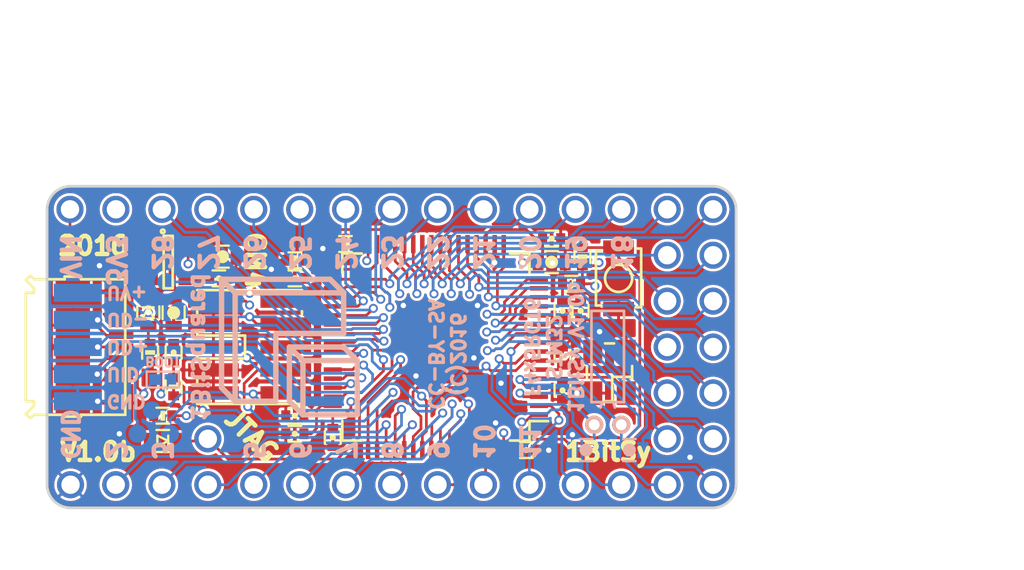
<source format=kicad_pcb>
(kicad_pcb (version 20221018) (generator pcbnew)
  (title_block (title "1BitSy") (rev "V1.0b") (company "1BitSquared") (comment 1 "(C) 2016 Piotr Esden-Tempski <piotr@esden.net>") (comment 2 "(C) 2016 1BitSquared LLC <info@1bitsquared.com>") (comment 3 "License: CC-BY-SA V4.0"))
  (layers (0 "F.Cu" signal) (1 "In1.Cu" signal) (2 "In2.Cu" signal) (31 "B.Cu" signal) (34 "B.Paste" user) (35 "F.Paste" user) (36 "B.SilkS" user "B.Silkscreen") (37 "F.SilkS" user "F.Silkscreen") (38 "B.Mask" user) (39 "F.Mask" user) (44 "Edge.Cuts" user))
  (net 0 "")
  (net 1 "/VIN")
  (net 2 "GND")
  (net 3 "Net-(C2-Pad1)")
  (net 4 "Net-(C3-Pad1)")
  (net 5 "+3V3")
  (net 6 "/OSC32_IN")
  (net 7 "/OSC32_OUT")
  (net 8 "/OSC_IN")
  (net 9 "/OSC_OUT")
  (net 10 "/USB_VBUS")
  (net 11 "/BOOT0")
  (net 12 "Net-(C16-Pad1)")
  (net 13 "Net-(C17-Pad1)")
  (net 14 "/JTAG_RST")
  (net 15 "Net-(LED1-PadA)")
  (net 16 "/PA0")
  (net 17 "/PA1")
  (net 18 "/PA2")
  (net 19 "/PA3")
  (net 20 "/PA4")
  (net 21 "/PA5")
  (net 22 "/PA6")
  (net 23 "/PA7")
  (net 24 "/PA8")
  (net 25 "/PC0")
  (net 26 "/PC1")
  (net 27 "/PC2")
  (net 28 "/PC3")
  (net 29 "/PC4")
  (net 30 "/PC5")
  (net 31 "/PC6")
  (net 32 "/PC7")
  (net 33 "/PC8")
  (net 34 "/PC9")
  (net 35 "/PC10")
  (net 36 "/PC11")
  (net 37 "/PC12")
  (net 38 "/PC13")
  (net 39 "/USB_D-")
  (net 40 "/USB_D+")
  (net 41 "/USB_ID")
  (net 42 "/PB0")
  (net 43 "/PB1")
  (net 44 "/PB4")
  (net 45 "/PB5")
  (net 46 "/PB6")
  (net 47 "/PB7")
  (net 48 "/PB8")
  (net 49 "/PB9")
  (net 50 "/PB10")
  (net 51 "/PB11")
  (net 52 "/PB12")
  (net 53 "/PB13")
  (net 54 "/PB14")
  (net 55 "/PB15")
  (net 56 "/JTAG_TMS")
  (net 57 "/JTAG_TCK")
  (net 58 "/JTAG_TDI")
  (net 59 "/JTAG_TDO")
  (net 60 "Net-(C15-Pad1)")
  (net 61 "/PB2")
  (net 62 "/BUTTON")
  (footprint "pkl_dipol:C_0603" (layer "F.Cu") (at 107.33 43.82 -90)
    (fp_text reference "C1")
    (fp_text value "4u7")
  )
  (footprint "pkl_dipol:C_0402" (layer "F.Cu") (at 129.83 43.72 -90)
    (fp_text reference "C2")
    (fp_text value "1u")
  )
  (footprint "pkl_dipol:C_0402" (layer "F.Cu") (at 109.83 41.92)
    (fp_text reference "C3")
    (fp_text value "470p")
  )
  (footprint "pkl_dipol:C_0402" (layer "F.Cu") (at 128.83 43.72 -90)
    (fp_text reference "C4")
    (fp_text value "100n")
  )
  (footprint "pkl_dipol:C_0603" (layer "F.Cu") (at 128.23 41.02)
    (fp_text reference "C5")
    (fp_text value "4u7")
  )
  (footprint "pkl_dipol:C_0402" (layer "F.Cu") (at 128.83 48.12 90)
    (fp_text reference "C8")
    (fp_text value "10p")
  )
  (footprint "pkl_dipol:C_0402" (layer "F.Cu") (at 128.83 46.22 -90)
    (fp_text reference "C9")
    (fp_text value "10p")
  )
  (footprint "pkl_dipol:C_0402" (layer "F.Cu") (at 128.23 39.72)
    (fp_text reference "C10")
    (fp_text value "100n")
  )
  (footprint "pkl_dipol:C_0402" (layer "F.Cu") (at 116.83 40.02 180)
    (fp_text reference "C11")
    (fp_text value "100n")
  )
  (footprint "pkl_dipol:C_0402" (layer "F.Cu") (at 116.13 50.72 -90)
    (fp_text reference "C12")
    (fp_text value "100n")
  )
  (footprint "pkl_dipol:C_0603" (layer "F.Cu") (at 110.03 40.72)
    (fp_text reference "C13")
    (fp_text value "4u7")
  )
  (footprint "pkl_dipol:C_0402" (layer "F.Cu") (at 126.83 51.42)
    (fp_text reference "C14")
    (fp_text value "100n")
  )
  (footprint "pkl_dipol:C_0402" (layer "F.Cu") (at 107.33 46.02 -90)
    (fp_text reference "C15")
    (fp_text value "1u")
  )
  (footprint "pkl_dipol:C_0402" (layer "F.Cu") (at 114.03 50.52 180)
    (fp_text reference "C16")
    (fp_text value "2u2")
  )
  (footprint "pkl_dipol:C_0402" (layer "F.Cu") (at 114.03 41.92 180)
    (fp_text reference "C17")
    (fp_text value "2u2")
  )
  (footprint "pkl_dipol:C_0402" (layer "F.Cu") (at 114.03 49.52 180)
    (fp_text reference "C18")
    (fp_text value "100n")
  )
  (footprint "pkl_dipol:D_0603" (layer "F.Cu") (at 105.93 43.82 90)
    (fp_text reference "D1")
    (fp_text value ">100mA")
  )
  (footprint "pkl_dipol:L_0402" (layer "F.Cu") (at 129.33 42.22 180)
    (fp_text reference "L1")
    (fp_text value "600 Ferrite")
  )
  (footprint "pkl_dipol:D_0603" (layer "F.Cu") (at 106.73 50.92)
    (fp_text reference "LED1")
    (fp_text value "ORA")
  )
  (footprint "pkl_pin_headers:Pin_Header_Straight_Round_1x01" (layer "F.Cu") (at 134.62 50.8 180)
    (fp_text reference "P1" hide)
    (fp_text value "CONN_01X01" hide)
  )
  (footprint "pkl_pin_headers:Pin_Header_Straight_Round_1x01" (layer "F.Cu") (at 137.16 50.8 180)
    (fp_text reference "P2" hide)
    (fp_text value "CONN_01X01" hide)
  )
  (footprint "pkl_pin_headers:Pin_Header_Straight_Round_1x01" (layer "F.Cu") (at 134.62 48.26 180)
    (fp_text reference "P3" hide)
    (fp_text value "CONN_01X01" hide)
  )
  (footprint "pkl_pin_headers:Pin_Header_Straight_Round_1x01" (layer "F.Cu") (at 137.16 48.26 180)
    (fp_text reference "P4" hide)
    (fp_text value "CONN_01X01" hide)
  )
  (footprint "pkl_pin_headers:Pin_Header_Straight_Round_1x01" (layer "F.Cu") (at 134.62 45.72 180)
    (fp_text reference "P5" hide)
    (fp_text value "CONN_01X01" hide)
  )
  (footprint "pkl_pin_headers:Pin_Header_Straight_Round_1x01" (layer "F.Cu") (at 137.16 45.72)
    (fp_text reference "P6" hide)
    (fp_text value "CONN_01X01" hide)
  )
  (footprint "pkl_pin_headers:Pin_Header_Straight_Round_1x01" (layer "F.Cu") (at 137.16 43.18 180)
    (fp_text reference "P7" hide)
    (fp_text value "CONN_01X01" hide)
  )
  (footprint "pkl_pin_headers:Pin_Header_Straight_Round_1x01" (layer "F.Cu") (at 134.62 43.18 180)
    (fp_text reference "P8" hide)
    (fp_text value "CONN_01X01" hide)
  )
  (footprint "pkl_pin_headers:Pin_Header_Straight_Round_1x01" (layer "F.Cu") (at 109.22 50.8)
    (fp_text reference "P9" hide)
    (fp_text value "CONN_01X01" hide)
  )
  (footprint "pkl_pin_headers:Pin_Header_Straight_Round_1x01" (layer "F.Cu") (at 129.54 53.34)
    (fp_text reference "P10" hide)
    (fp_text value "CONN_01X01" hide)
  )
  (footprint "pkl_pin_headers:Pin_Header_Straight_Round_1x01" (layer "F.Cu") (at 132.08 53.34)
    (fp_text reference "P11" hide)
    (fp_text value "CONN_01X01" hide)
  )
  (footprint "pkl_pin_headers:Pin_Header_Straight_Round_1x01" (layer "F.Cu") (at 134.62 53.34)
    (fp_text reference "P12" hide)
    (fp_text value "CONN_01X01" hide)
  )
  (footprint "pkl_pin_headers:Pin_Header_Straight_Round_1x01" (layer "F.Cu") (at 137.16 53.34 180)
    (fp_text reference "P13" hide)
    (fp_text value "CONN_01X01" hide)
  )
  (footprint "pkl_pin_headers:Pin_Header_Straight_Round_1x01" (layer "F.Cu") (at 137.16 40.64)
    (fp_text reference "P14" hide)
    (fp_text value "CONN_01X01" hide)
  )
  (footprint "pkl_pin_headers:Pin_Header_Straight_Round_1x01" (layer "F.Cu") (at 134.62 40.64 180)
    (fp_text reference "P15" hide)
    (fp_text value "CONN_01X01" hide)
  )
  (footprint "pkl_pin_headers:Pin_Header_Straight_Round_1x01" (layer "F.Cu") (at 114.3 38.1)
    (fp_text reference "P16" hide)
    (fp_text value "CONN_01X01" hide)
  )
  (footprint "pkl_pin_headers:Pin_Header_Straight_Round_1x01" (layer "F.Cu") (at 111.76 38.1)
    (fp_text reference "P17" hide)
    (fp_text value "CONN_01X01" hide)
  )
  (footprint "pkl_pin_headers:Pin_Header_Straight_Round_1x01" (layer "F.Cu") (at 109.22 38.1)
    (fp_text reference "P18" hide)
    (fp_text value "CONN_01X01" hide)
  )
  (footprint "pkl_pin_headers:Pin_Header_Straight_Round_1x01" (layer "F.Cu") (at 106.68 38.1)
    (fp_text reference "P19" hide)
    (fp_text value "CONN_01X01" hide)
  )
  (footprint "pkl_pin_headers:Pin_Header_Straight_Round_1x01" (layer "F.Cu") (at 104.13 53.34)
    (fp_text reference "P20" hide)
    (fp_text value "CONN_01X01" hide)
  )
  (footprint "pkl_pin_headers:Pin_Header_Straight_Round_1x01" (layer "F.Cu") (at 106.68 53.34 180)
    (fp_text reference "P21" hide)
    (fp_text value "CONN_01X01" hide)
  )
  (footprint "pkl_pin_headers:Pin_Header_Straight_Round_1x01" (layer "F.Cu") (at 109.22 53.34)
    (fp_text reference "P22" hide)
    (fp_text value "CONN_01X01" hide)
  )
  (footprint "pkl_pin_headers:Pin_Header_Straight_Round_1x01" (layer "F.Cu") (at 127 53.34)
    (fp_text reference "P23" hide)
    (fp_text value "CONN_01X01" hide)
  )
  (footprint "pkl_connectors:Connector_USB_Micro_B_SMD" (layer "F.Cu") (at 101.755 45.72 -90)
    (fp_text reference "P24")
    (fp_text value "USB_OTG")
  )
  (footprint "pkl_pin_headers:Pin_Header_Straight_Round_1x01" (layer "F.Cu") (at 137.16 38.1)
    (fp_text reference "P25" hide)
    (fp_text value "CONN_01X01" hide)
  )
  (footprint "pkl_pin_headers:Pin_Header_Straight_Round_1x01" (layer "F.Cu") (at 134.62 38.1)
    (fp_text reference "P26" hide)
    (fp_text value "CONN_01X01" hide)
  )
  (footprint "pkl_pin_headers:Pin_Header_Straight_Round_1x01" (layer "F.Cu") (at 132.08 38.1)
    (fp_text reference "P27" hide)
    (fp_text value "CONN_01X01" hide)
  )
  (footprint "pkl_pin_headers:Pin_Header_Straight_Round_1x01" (layer "F.Cu") (at 111.76 53.34)
    (fp_text reference "P28" hide)
    (fp_text value "CONN_01X01" hide)
  )
  (footprint "pkl_pin_headers:Pin_Header_Straight_Round_1x01" (layer "F.Cu") (at 114.3 53.34 180)
    (fp_text reference "P29" hide)
    (fp_text value "CONN_01X01" hide)
  )
  (footprint "pkl_pin_headers:Pin_Header_Straight_Round_1x01" (layer "F.Cu") (at 116.84 53.34 180)
    (fp_text reference "P30" hide)
    (fp_text value "CONN_01X01" hide)
  )
  (footprint "pkl_pin_headers:Pin_Header_Straight_Round_1x01" (layer "F.Cu") (at 119.38 53.34 180)
    (fp_text reference "P31" hide)
    (fp_text value "CONN_01X01" hide)
  )
  (footprint "pkl_pin_headers:Pin_Header_Straight_Round_1x01" (layer "F.Cu") (at 121.92 53.34 180)
    (fp_text reference "P32" hide)
    (fp_text value "CONN_01X01" hide)
  )
  (footprint "pkl_pin_headers:Pin_Header_Straight_Round_1x01" (layer "F.Cu") (at 124.46 53.34)
    (fp_text reference "P33" hide)
    (fp_text value "CONN_01X01" hide)
  )
  (footprint "pkl_pin_headers:Pin_Header_Straight_Round_1x01" (layer "F.Cu") (at 129.54 38.1 180)
    (fp_text reference "P34" hide)
    (fp_text value "CONN_01X01" hide)
  )
  (footprint "pkl_pin_headers:Pin_Header_Straight_Round_1x01" (layer "F.Cu") (at 127 38.1)
    (fp_text reference "P35" hide)
    (fp_text value "CONN_01X01" hide)
  )
  (footprint "pkl_pin_headers:Pin_Header_Straight_Round_1x01" (layer "F.Cu") (at 124.46 38.1)
    (fp_text reference "P36" hide)
    (fp_text value "CONN_01X01" hide)
  )
  (footprint "pkl_pin_headers:Pin_Header_Straight_Round_1x01" (layer "F.Cu") (at 121.92 38.1)
    (fp_text reference "P37" hide)
    (fp_text value "CONN_01X01" hide)
  )
  (footprint "pkl_pin_headers:Pin_Header_Straight_Round_1x01" (layer "F.Cu") (at 119.38 38.1)
    (fp_text reference "P38" hide)
    (fp_text value "CONN_01X01" hide)
  )
  (footprint "pkl_pin_headers:Pin_Header_Straight_Round_1x01" (layer "F.Cu") (at 116.84 38.1 180)
    (fp_text reference "P39" hide)
    (fp_text value "CONN_01X01" hide)
  )
  (footprint "pkl_dipol:R_0402" (layer "F.Cu") (at 106.03 46.02 -90)
    (fp_text reference "R1")
    (fp_text value "10k")
  )
  (footprint "pkl_dipol:R_0402" (layer "F.Cu") (at 114.03 40.92 180)
    (fp_text reference "R2")
    (fp_text value "10k")
  )
  (footprint "pkl_dipol:R_0402" (layer "F.Cu") (at 107.33 47.92 -90)
    (fp_text reference "R3")
    (fp_text value "10k")
  )
  (footprint "pkl_dipol:R_0402" (layer "F.Cu") (at 106.73 49.52 180)
    (fp_text reference "R4")
    (fp_text value "300")
  )
  (footprint "pkl_dipol:R_0402" (layer "F.Cu") (at 129.93 40.72 90)
    (fp_text reference "R5")
    (fp_text value "10k")
  )
  (footprint "pkl_housings_sot:SOT-23-5" (layer "F.Cu") (at 107.03 41.02)
    (fp_text reference "U1")
    (fp_text value "VREG_3V3")
  )
  (footprint "pkl_housings_qfp:LQFP-64_10x10mm_Pitch0.5mm" (layer "F.Cu") (at 121.83 45.72 180)
    (fp_text reference "U2")
    (fp_text value "STM32F415RGT")
  )
  (footprint "pkl_misc:ABM8" (layer "F.Cu") (at 131.43 47.12 90)
    (fp_text reference "X2")
    (fp_text value "25MHz")
  )
  (footprint "pkl_samtec:FTSH-105-XX-X-DV" (layer "F.Cu") (at 111.53 45.72 -90)
    (fp_text reference "X3")
    (fp_text value "JTAG-10")
  )
  (footprint "pkl_pin_headers:Pin_Header_Straight_Round_1x01" (layer "F.Cu") (at 101.6 38.1)
    (fp_text reference "P40" hide)
    (fp_text value "CONN_01X01" hide)
  )
  (footprint "pkl_pin_headers:Pin_Header_Straight_Round_1x01" (layer "F.Cu") (at 101.63 53.34)
    (fp_text reference "P41" hide)
    (fp_text value "CONN_01X01" hide)
  )
  (footprint "pkl_buttons_switches:Tact_Switch_Top_B3U-1000P" (layer "F.Cu") (at 131.93 41.92 90)
    (fp_text reference "SW1")
    (fp_text value "TACT_G")
  )
  (footprint "pkl_pin_headers:Pin_Header_Straight_Round_1x01" (layer "F.Cu") (at 104.14 38.1)
    (fp_text reference "P42" hide)
    (fp_text value "CONN_01X01" hide)
  )
  (footprint "pkl_misc:via0305" (layer "F.Cu") (at 120.03 43.42)
    (fp_text reference "REF**" hide)
    (fp_text value "via0305" hide)
  )
  (footprint "pkl_misc:via0305" (layer "F.Cu") (at 124.13 43.42)
    (fp_text reference "REF**" hide)
    (fp_text value "via0305" hide)
  )
  (footprint "pkl_misc:via0305" (layer "F.Cu") (at 123.93 46.32)
    (fp_text reference "REF**" hide)
    (fp_text value "via0305" hide)
  )
  (footprint "pkl_misc:via0305" (layer "F.Cu") (at 120.73 47.32)
    (fp_text reference "REF**" hide)
    (fp_text value "via0305" hide)
  )
  (footprint "pkl_misc:via0305" (layer "F.Cu") (at 125.43 47.72)
    (fp_text reference "REF**" hide)
    (fp_text value "via0305" hide)
  )
  (footprint "pkl_misc:via0305" (layer "F.Cu") (at 125.13 49.92)
    (fp_text reference "REF**" hide)
    (fp_text value "via0305" hide)
  )
  (footprint "pkl_misc:via0305" (layer "F.Cu") (at 104.33 50.52)
    (fp_text reference "REF**" hide)
    (fp_text value "via0305" hide)
  )
  (footprint "pkl_misc:via0305" (layer "F.Cu") (at 103.23 41.22)
    (fp_text reference "REF**" hide)
    (fp_text value "via0305" hide)
  )
  (footprint "pkl_dipol:C_0603" (layer "B.Cu") (at 130.13 51.42)
    (fp_text reference "C6")
    (fp_text value "10p")
  )
  (footprint "pkl_dipol:C_0603" (layer "B.Cu") (at 132.53 51.42 180)
    (fp_text reference "C7")
    (fp_text value "10p")
  )
  (footprint "pkl_logos:1b2_Logo_SilkS_7.5mm" (layer "B.Cu") (at 113.73 45.72 90)
    (fp_text reference "LOGO1" hide)
    (fp_text value "1BitSquared" hide)
  )
  (footprint "Crystals:Crystal_Round_Horizontal_2mm" (layer "B.Cu") (at 131.33 50.02 180)
    (fp_text reference "X1")
    (fp_text value "32.768kHz" hide)
  )
  (footprint "pkl_jumpers:J_0402" (layer "B.Cu") (at 106.73 47.52)
    (fp_text reference "J1")
    (fp_text value "BOOT" hide)
  )
  (footprint "pkl_pads:PAD_SMD_R_1x1" (layer "B.Cu") (at 106.93 42.12)
    (fp_text reference "P43" hide)
    (fp_text value "CONN_01X01" hide)
  )
  (footprint "pkl_pads:PAD_SMD_R_1x1" (layer "B.Cu") (at 107.63 43.72)
    (fp_text reference "P44" hide)
    (fp_text value "CONN_01X01" hide)
  )
  (footprint "pkl_pads:PAD_SMD_R_1x1" (layer "B.Cu") (at 105.33 50.52)
    (fp_text reference "P45" hide)
    (fp_text value "CONN_01X01" hide)
  )
  (footprint "pkl_pads:PAD_SMD_R_1x1" (layer "B.Cu") (at 107.13 50.52)
    (fp_text reference "P46" hide)
    (fp_text value "CONN_01X01" hide)
  )
  (footprint "pkl_pads:PAD_SMD_R_1x1" (layer "B.Cu") (at 106.13 49.22)
    (fp_text reference "P47" hide)
    (fp_text value "CONN_01X01" hide)
  )
  (footprint "pkl_pads:PAD_SMD_1x2.65" (layer "B.Cu") (at 102.03 42.72)
    (fp_text reference "P48" hide)
    (fp_text value "CONN_01X01" hide)
  )
  (footprint "pkl_pads:PAD_SMD_1x2.65" (layer "B.Cu") (at 102.03 44.22)
    (fp_text reference "P49" hide)
    (fp_text value "CONN_01X01" hide)
  )
  (footprint "pkl_pads:PAD_SMD_1x2.65" (layer "B.Cu") (at 102.03 45.72)
    (fp_text reference "P50" hide)
    (fp_text value "CONN_01X01" hide)
  )
  (footprint "pkl_pads:PAD_SMD_1x2.65" (layer "B.Cu") (at 102.03 47.22)
    (fp_text reference "P51" hide)
    (fp_text value "CONN_01X01" hide)
  )
  (footprint "pkl_pads:PAD_SMD_1x2.65" (layer "B.Cu") (at 102.03 48.72)
    (fp_text reference "P52" hide)
    (fp_text value "CONN_01X01" hide)
  )
  (gr_arc (start 100.33 38.12) (mid 100.710761 37.200761) (end 101.63 36.82) (stroke (width 0.15)) (layer "Edge.Cuts"))
  (gr_line (start 101.63 36.82) (end 137.13 36.82) (stroke (width 0.15)) (layer "Edge.Cuts"))
  (gr_arc (start 101.63 54.62) (mid 100.710761 54.239239) (end 100.33 53.32) (stroke (width 0.15)) (layer "Edge.Cuts"))
  (gr_line (start 138.43 38.12) (end 138.43 53.32) (stroke (width 0.15)) (layer "Edge.Cuts"))
  (gr_line (start 100.33 53.32) (end 100.33 38.12) (stroke (width 0.15)) (layer "Edge.Cuts"))
  (gr_arc (start 138.43 53.32) (mid 138.049239 54.239239) (end 137.13 54.62) (stroke (width 0.15)) (layer "Edge.Cuts"))
  (gr_arc (start 137.13 36.82) (mid 138.049239 37.200761) (end 138.43 38.12) (stroke (width 0.15)) (layer "Edge.Cuts"))
  (gr_line (start 137.13 54.62) (end 101.63 54.62) (stroke (width 0.15)) (layer "Edge.Cuts"))
  (gr_text "VIN" (at 101.6 39.37 270) (layer "B.SilkS") (effects (font (size 1 1) (thickness 0.25)) (justify right mirror)))
  (gr_text "3V3" (at 104.14 39.37 270) (layer "B.SilkS") (effects (font (size 1 1) (thickness 0.25)) (justify right mirror)))
  (gr_text "2" (at 104.14 52.07 270) (layer "B.SilkS") (effects (font (size 1 1) (thickness 0.25)) (justify left mirror)))
  (gr_text "3" (at 106.68 52.07 270) (layer "B.SilkS") (effects (font (size 1 1) (thickness 0.25)) (justify left mirror)))
  (gr_text "5" (at 111.76 52.07 270) (layer "B.SilkS") (effects (font (size 1 1) (thickness 0.25)) (justify left mirror)))
  (gr_text "6" (at 114.3 52.07 270) (layer "B.SilkS") (effects (font (size 1 1) (thickness 0.25)) (justify left mirror)))
  (gr_text "7" (at 116.84 52.07 270) (layer "B.SilkS") (effects (font (size 1 1) (thickness 0.25)) (justify left mirror)))
  (gr_text "8" (at 119.38 52.07 270) (layer "B.SilkS") (effects (font (size 1 1) (thickness 0.25)) (justify left mirror)))
  (gr_text "9" (at 121.92 52.07 270) (layer "B.SilkS") (effects (font (size 1 1) (thickness 0.25)) (justify left mirror)))
  (gr_text "10" (at 124.46 52.07 270) (layer "B.SilkS") (effects (font (size 1 1) (thickness 0.25)) (justify left mirror)))
  (gr_text "11" (at 127 52.07 270) (layer "B.SilkS") (effects (font (size 1 1) (thickness 0.25)) (justify left mirror)))
  (gr_text "18" (at 132.08 39.37 270) (layer "B.SilkS") (effects (font (size 1 1) (thickness 0.25)) (justify right mirror)))
  (gr_text "19" (at 129.54 39.37 270) (layer "B.SilkS") (effects (font (size 1 1) (thickness 0.25)) (justify right mirror)))
  (gr_text "20" (at 127 39.37 270) (layer "B.SilkS") (effects (font (size 1 1) (thickness 0.25)) (justify right mirror)))
  (gr_text "21" (at 124.46 39.37 270) (layer "B.SilkS") (effects (font (size 1 1) (thickness 0.25)) (justify right mirror)))
  (gr_text "22" (at 121.92 39.37 270) (layer "B.SilkS") (effects (font (size 1 1) (thickness 0.25)) (justify right mirror)))
  (gr_text "23" (at 119.38 39.37 270) (layer "B.SilkS") (effects (font (size 1 1) (thickness 0.25)) (justify right mirror)))
  (gr_text "24" (at 116.84 39.37 270) (layer "B.SilkS") (effects (font (size 1 1) (thickness 0.25)) (justify right mirror)))
  (gr_text "25" (at 114.3 39.37 270) (layer "B.SilkS") (effects (font (size 1 1) (thickness 0.25)) (justify right mirror)))
  (gr_text "26" (at 111.76 39.37 270) (layer "B.SilkS") (effects (font (size 1 1) (thickness 0.25)) (justify right mirror)))
  (gr_text "27" (at 109.22 39.37 270) (layer "B.SilkS") (effects (font (size 1 1) (thickness 0.25)) (justify right mirror)))
  (gr_text "28" (at 106.68 39.37 270) (layer "B.SilkS") (effects (font (size 1 1) (thickness 0.25)) (justify right mirror)))
  (gr_text "1BitSy V1.0b\nSTM32\nF4x5RGT6" (at 128.33 45.72 270) (layer "B.SilkS") (effects (font (size 0.75 0.75) (thickness 0.1875)) (justify mirror)))
  (gr_text "(C)2016\nCC-BY-SA" (at 122.43 46.12 270) (layer "B.SilkS") (effects (font (size 0.75 0.75) (thickness 0.1875)) (justify mirror)))
  (gr_text "UV+" (at 103.53 42.72 180) (layer "B.SilkS") (effects (font (size 0.7 0.7) (thickness 0.175)) (justify left mirror)))
  (gr_text "UD-" (at 103.53 44.22 180) (layer "B.SilkS") (effects (font (size 0.7 0.7) (thickness 0.175)) (justify left mirror)))
  (gr_text "UD+" (at 103.53 45.72 180) (layer "B.SilkS") (effects (font (size 0.7 0.7) (thickness 0.175)) (justify left mirror)))
  (gr_text "UID" (at 103.53 47.22 180) (layer "B.SilkS") (effects (font (size 0.7 0.7) (thickness 0.175)) (justify left mirror)))
  (gr_text "GND" (at 103.53 48.72 180) (layer "B.SilkS") (effects (font (size 0.7 0.7) (thickness 0.175)) (justify left mirror)))
  (gr_text "BOOT" (at 106.73 46.52 180) (layer "B.SilkS") (effects (font (size 0.5 0.5) (thickness 0.125)) (justify mirror)))
  (gr_text "GND" (at 101.6 52.07 270) (layer "B.SilkS") (effects (font (size 0.9 0.9) (thickness 0.225)) (justify left mirror)))
  (gr_text "1BitSquared" (at 108.78 45.72 270) (layer "B.SilkS") (effects (font (size 0.9 0.9) (thickness 0.225)) (justify mirror)))
  (gr_text "1BitSy" (at 128.83 51.52) (layer "F.SilkS") (effects (font (size 1 1) (thickness 0.25)) (justify left)))
  (gr_text "V1.0b" (at 100.93 51.52) (layer "F.SilkS") (effects (font (size 1 1) (thickness 0.25)) (justify left)))
  (gr_text "2016" (at 100.83 40.12) (layer "F.SilkS") (effects (font (size 1 1) (thickness 0.25)) (justify left)))
  (gr_text "JTAG" (at 110.33 49.32 315) (layer "F.SilkS") (effects (font (size 1 1) (thickness 0.25)) (justify left)))
  (gr_text "CM4" (at 111.83 39.22 270) (layer "F.SilkS") (effects (font (size 1 1) (thickness 0.25)) (justify left)))
  (segment (start 106.83 41.75) (end 106.83 40.29) (width 0.15) (layer "F.Cu") (net 1))
  (segment (start 107.33 43.07) (end 105.93 43.07) (width 0.15) (layer "F.Cu") (net 1))
  (segment (start 101.6 39.16066) (end 102.50934 40.07) (width 0.15) (layer "F.Cu") (net 1))
  (segment (start 105.93 43.07) (end 105.93 41.97) (width 0.15) (layer "F.Cu") (net 1))
  (segment (start 105.93 41.97) (end 106.61 41.97) (width 0.15) (layer "F.Cu") (net 1))
  (segment (start 101.6 38.1) (end 101.6 39.16066) (width 0.15) (layer "F.Cu") (net 1))
  (segment (start 102.50934 40.07) (end 105.25 40.07) (width 0.15) (layer "F.Cu") (net 1))
  (segment (start 106.83 40.29) (end 106.61 40.07) (width 0.15) (layer "F.Cu") (net 1))
  (segment (start 105.25 40.07) (end 105.93 40.07) (width 0.15) (layer "F.Cu") (net 1))
  (segment (start 106.61 41.97) (end 106.83 41.75) (width 0.15) (layer "F.Cu") (net 1))
  (segment (start 106.61 40.07) (end 105.93 40.07) (width 0.15) (layer "F.Cu") (net 1))
  (segment (start 125.08 40.02) (end 125.08 41.050092) (width 0.15) (layer "F.Cu") (net 2))
  (segment (start 106.03 46.52) (end 106.154985 46.644985) (width 0.15) (layer "F.Cu") (net 2))
  (segment (start 128.88 45.72) (end 129.73 44.87) (width 0.15) (layer "F.Cu") (net 2))
  (segment (start 113.53 40.92) (end 113.23 40.92) (width 0.15) (layer "F.Cu") (net 2))
  (segment (start 113.53 41.92) (end 113.23 41.92) (width 0.15) (layer "F.Cu") (net 2))
  (segment (start 106.154985 46.644985) (end 106.154986 48.548002) (width 0.15) (layer "F.Cu") (net 2))
  (segment (start 113.23 40.92) (end 112.73 41.42) (width 0.15) (layer "F.Cu") (net 2))
  (segment (start 113.23 41.92) (end 112.73 41.42) (width 0.15) (layer "F.Cu") (net 2))
  (segment (start 128.05822 51.42) (end 128.06911 51.43089) (width 0.15) (layer "F.Cu") (net 2))
  (segment (start 129.73 44.87) (end 130.88 44.87) (width 0.15) (layer "F.Cu") (net 2))
  (segment (start 105.255 48.82) (end 104.305 48.82) (width 0.15) (layer "F.Cu") (net 2))
  (segment (start 128.98 41.02) (end 128.33 41.02) (width 0.15) (layer "F.Cu") (net 2))
  (segment (start 128.33 41.02) (end 128.28 41.07) (width 0.15) (layer "F.Cu") (net 2))
  (segment (start 106.154986 48.548002) (end 105.882988 48.82) (width 0.15) (layer "F.Cu") (net 2))
  (segment (start 104.43 48.695) (end 104.305 48.82) (width 0.15) (layer "F.Cu") (net 2))
  (segment (start 116.33 40.02) (end 115.83 40.02) (width 0.15) (layer "F.Cu") (net 2))
  (segment (start 128.83 45.72) (end 128.88 45.72) (width 0.15) (layer "F.Cu") (net 2))
  (segment (start 104.305 48.82) (end 103.229996 48.82) (width 0.15) (layer "F.Cu") (net 2))
  (segment (start 130.505 48.27) (end 129.63 48.27) (width 0.15) (layer "F.Cu") (net 2))
  (segment (start 127.33 51.42) (end 128.05822 51.42) (width 0.15) (layer "F.Cu") (net 2))
  (segment (start 105.882988 48.82) (end 105.255 48.82) (width 0.15) (layer "F.Cu") (net 2))
  (segment (start 104.43 47.02) (end 104.43 48.695) (width 0.15) (layer "F.Cu") (net 2))
  (segment (start 103.229996 48.82) (end 103.129996 48.72) (width 0.15) (layer "F.Cu") (net 2))
  (segment (start 115.83 40.02) (end 115.58 40.27) (width 0.15) (layer "F.Cu") (net 2))
  (via (at 125.08 41.050092) (size 0.5) (drill 0.3) (layers "F.Cu" "B.Cu") (net 2))
  (via (at 128.06911 51.43089) (size 0.5) (drill 0.3) (layers "F.Cu" "B.Cu") (net 2))
  (via (at 130.88 44.87) (size 0.5) (drill 0.3) (layers "F.Cu" "B.Cu") (net 2))
  (via (at 112.73 41.42) (size 0.5) (drill 0.3) (layers "F.Cu" "B.Cu") (net 2))
  (via (at 135.88 51.82) (size 0.5) (drill 0.3) (layers "F.Cu" "B.Cu") (net 2))
  (via (at 129.63 48.27) (size 0.5) (drill 0.3) (layers "F.Cu" "B.Cu") (net 2))
  (via (at 103.129996 48.72) (size 0.5) (drill 0.3) (layers "F.Cu" "B.Cu") (net 2))
  (via (at 129.38 50.57) (size 0.5) (drill 0.3) (layers "F.Cu" "B.Cu") (net 2))
  (via (at 128.28 41.07) (size 0.5) (drill 0.3) (layers "F.Cu" "B.Cu") (net 2))
  (via (at 115.58 40.27) (size 0.5) (drill 0.3) (layers "F.Cu" "B.Cu") (net 2))
  (segment (start 129.38 51.42) (end 129.38 50.57) (width 0.15) (layer "B.Cu") (net 2))
  (segment (start 133.73 51.42) (end 134.13 51.82) (width 0.15) (layer "B.Cu") (net 2))
  (segment (start 133.28 51.42) (end 133.73 51.42) (width 0.15) (layer "B.Cu") (net 2))
  (segment (start 134.13 51.82) (end 135.88 51.82) (width 0.15) (layer "B.Cu") (net 2))
  (segment (start 128.58 43.47) (end 127.53 43.47) (width 0.15) (layer "F.Cu") (net 3))
  (segment (start 128.83 42.22) (end 128.83 43.22) (width 0.15) (layer "F.Cu") (net 3))
  (segment (start 129.83 43.22) (end 128.83 43.22) (width 0.15) (layer "F.Cu") (net 3))
  (segment (start 128.83 43.22) (end 128.58 43.47) (width 0.15) (layer "F.Cu") (net 3))
  (segment (start 109.28 41.97) (end 109.33 41.92) (width 0.15) (layer "F.Cu") (net 4))
  (segment (start 108.13 41.97) (end 109.28 41.97) (width 0.15) (layer "F.Cu") (net 4))
  (segment (start 125.58 51.42) (end 125.58 50.470002) (width 0.15) (layer "F.Cu") (net 5))
  (segment (start 130.676802 41.22) (end 130.846726 41.050076) (width 0.15) (layer "F.Cu") (net 5))
  (segment (start 109.53 43.18) (end 111.315066 43.18) (width 0.15) (layer "F.Cu") (net 5))
  (segment (start 125.58 50.470002) (end 125.579998 50.47) (width 0.15) (layer "F.Cu") (net 5))
  (segment (start 117.128676 49.121324) (end 117.128676 49.094645) (width 0.15) (layer "F.Cu") (net 5))
  (segment (start 108.13 40.07) (end 108.13 40.545) (width 0.15) (layer "F.Cu") (net 5))
  (segment (start 118.08 40.874039) (end 118.009079 40.94496) (width 0.15) (layer "F.Cu") (net 5))
  (segment (start 116.78 49.47) (end 117.128676 49.121324) (width 0.15) (layer "F.Cu") (net 5))
  (segment (start 127.53 49.47) (end 127.155 49.47) (width 0.15) (layer "F.Cu") (net 5))
  (segment (start 129.88 41.22) (end 129.93 41.22) (width 0.15) (layer "F.Cu") (net 5))
  (segment (start 117.128676 49.094645) (end 117.128676 48.741092) (width 0.15) (layer "F.Cu") (net 5))
  (segment (start 126.83 39.22) (end 127.33 39.72) (width 0.15) (layer "F.Cu") (net 5))
  (segment (start 116.13 50.22) (end 116.13 49.47) (width 0.15) (layer "F.Cu") (net 5))
  (segment (start 129.93 41.22) (end 130.676802 41.22) (width 0.15) (layer "F.Cu") (net 5))
  (segment (start 124.58 39.52) (end 124.88 39.22) (width 0.15) (layer "F.Cu") (net 5))
  (segment (start 130.492153 42.22) (end 130.617186 42.345033) (width 0.15) (layer "F.Cu") (net 5))
  (segment (start 111.315066 43.18) (end 111.53 43.394934) (width 0.15) (layer "F.Cu") (net 5))
  (segment (start 118.08 40.02) (end 118.08 40.874039) (width 0.15) (layer "F.Cu") (net 5))
  (segment (start 129.93 41.22) (end 129.93 42.12) (width 0.15) (layer "F.Cu") (net 5))
  (segment (start 108.83 40.72) (end 109.28 40.72) (width 0.15) (layer "F.Cu") (net 5))
  (segment (start 127.73 40.77) (end 127.48 41.02) (width 0.15) (layer "F.Cu") (net 5))
  (segment (start 117.33 40.02) (end 118.08 40.02) (width 0.15) (layer "F.Cu") (net 5))
  (segment (start 124.58 40.02) (end 124.58 39.52) (width 0.15) (layer "F.Cu") (net 5))
  (segment (start 127.73 39.72) (end 127.73 40.77) (width 0.15) (layer "F.Cu") (net 5))
  (segment (start 116.13 49.47) (end 116.78 49.47) (width 0.15) (layer "F.Cu") (net 5))
  (segment (start 126.660076 41.02) (end 126.63 41.050076) (width 0.15) (layer "F.Cu") (net 5))
  (segment (start 127.33 39.72) (end 127.73 39.72) (width 0.15) (layer "F.Cu") (net 5))
  (segment (start 129.93 42.12) (end 129.83 42.22) (width 0.15) (layer "F.Cu") (net 5))
  (segment (start 108.305 40.72) (end 108.83 40.72) (width 0.15) (layer "F.Cu") (net 5))
  (segment (start 126.33 51.42) (end 125.58 51.42) (width 0.15) (layer "F.Cu") (net 5))
  (segment (start 129.83 42.22) (end 130.492153 42.22) (width 0.15) (layer "F.Cu") (net 5))
  (segment (start 107.23 49.52) (end 108.03 49.52) (width 0.15) (layer "F.Cu") (net 5))
  (segment (start 127.48 41.02) (end 126.660076 41.02) (width 0.15) (layer "F.Cu") (net 5))
  (segment (start 127.155 49.47) (end 126.754968 49.870032) (width 0.15) (layer "F.Cu") (net 5))
  (segment (start 124.88 39.22) (end 126.83 39.22) (width 0.15) (layer "F.Cu") (net 5))
  (segment (start 108.13 40.545) (end 108.305 40.72) (width 0.15) (layer "F.Cu") (net 5))
  (segment (start 126.754968 49.870032) (end 126.582041 49.870032) (width 0.15) (layer "F.Cu") (net 5))
  (segment (start 108.13 40.07) (end 108.13 41.12) (width 0.15) (layer "F.Cu") (net 5))
  (via (at 108.13 41.12) (size 0.5) (drill 0.3) (layers "F.Cu" "B.Cu") (net 5))
  (via (at 130.617186 42.345033) (size 0.5) (drill 0.3) (layers "F.Cu" "B.Cu") (net 5))
  (via (at 126.63 41.050076) (size 0.5) (drill 0.3) (layers "F.Cu" "B.Cu") (net 5))
  (via (at 126.582041 49.870032) (size 0.5) (drill 0.3) (layers "F.Cu" "B.Cu") (net 5))
  (via (at 130.846726 41.050076) (size 0.5) (drill 0.3) (layers "F.Cu" "B.Cu") (net 5))
  (via (at 108.03 49.52) (size 0.5) (drill 0.3) (layers "F.Cu" "B.Cu") (net 5))
  (via (at 125.579998 50.47) (size 0.5) (drill 0.3) (layers "F.Cu" "B.Cu") (net 5))
  (via (at 117.128676 48.741092) (size 0.5) (drill 0.3) (layers "F.Cu" "B.Cu") (net 5))
  (via (at 111.53 43.394934) (size 0.5) (drill 0.3) (layers "F.Cu" "B.Cu") (net 5))
  (via (at 118.009079 40.94496) (size 0.5) (drill 0.3) (layers "F.Cu" "B.Cu") (net 5))
  (segment (start 126.68 48.47) (end 126.48 48.27) (width 0.15) (layer "F.Cu") (net 6))
  (segment (start 127.53 48.47) (end 126.68 48.47) (width 0.15) (layer "F.Cu") (net 6))
  (via (at 126.48 48.27) (size 0.5) (drill 0.3) (layers "F.Cu" "B.Cu") (net 6))
  (segment (start 130.5807 50.02) (end 130.5807 51.1207) (width 0.15) (layer "B.Cu") (net 6))
  (segment (start 130.5807 50.02) (end 128.8307 48.27) (width 0.15) (layer "B.Cu") (net 6))
  (segment (start 130.5807 51.1207) (end 130.88 51.42) (width 0.15) (layer "B.Cu") (net 6))
  (segment (start 126.833553 48.27) (end 126.48 48.27) (width 0.15) (layer "B.Cu") (net 6))
  (segment (start 128.8307 48.27) (end 126.833553 48.27) (width 0.15) (layer "B.Cu") (net 6))
  (segment (start 126.88 47.97) (end 126.480002 47.570002) (width 0.15) (layer "F.Cu") (net 7))
  (segment (start 126.480002 47.570002) (end 126.480002 47.52) (width 0.15) (layer "F.Cu") (net 7))
  (segment (start 127.53 47.97) (end 126.88 47.97) (width 0.15) (layer "F.Cu") (net 7))
  (via (at 126.480002 47.52) (size 0.5) (drill 0.3) (layers "F.Cu" "B.Cu") (net 7))
  (segment (start 129.5793 47.52) (end 126.833555 47.52) (width 0.15) (layer "B.Cu") (net 7))
  (segment (start 132.0793 50.02) (end 129.5793 47.52) (width 0.15) (layer "B.Cu") (net 7))
  (segment (start 132.0793 50.02) (end 132.0793 51.1207) (width 0.15) (layer "B.Cu") (net 7))
  (segment (start 132.0793 51.1207) (end 131.78 51.42) (width 0.15) (layer "B.Cu") (net 7))
  (segment (start 126.833555 47.52) (end 126.480002 47.52) (width 0.15) (layer "B.Cu") (net 7))
  (segment (start 127.53 47.47) (end 128.68 47.47) (width 0.15) (layer "F.Cu") (net 8))
  (segment (start 132.355 48.27) (end 132.355 48.145) (width 0.15) (layer "F.Cu") (net 8))
  (segment (start 129.28 47.62) (end 128.83 47.62) (width 0.15) (layer "F.Cu") (net 8))
  (segment (start 129.505001 47.394999) (end 129.28 47.62) (width 0.15) (layer "F.Cu") (net 8))
  (segment (start 131.604999 47.394999) (end 129.505001 47.394999) (width 0.15) (layer "F.Cu") (net 8))
  (segment (start 128.68 47.47) (end 128.83 47.62) (width 0.15) (layer "F.Cu") (net 8))
  (segment (start 132.355 48.145) (end 131.604999 47.394999) (width 0.15) (layer "F.Cu") (net 8))
  (segment (start 128.58 46.97) (end 127.53 46.97) (width 0.15) (layer "F.Cu") (net 9))
  (segment (start 129.28 46.27) (end 129.28 46.32) (width 0.15) (layer "F.Cu") (net 9))
  (segment (start 128.83 46.72) (end 128.58 46.97) (width 0.15) (layer "F.Cu") (net 9))
  (segment (start 128.88 46.72) (end 128.83 46.72) (width 0.15) (layer "F.Cu") (net 9))
  (segment (start 129.58 45.97) (end 129.28 46.27) (width 0.15) (layer "F.Cu") (net 9))
  (segment (start 130.505 45.97) (end 129.58 45.97) (width 0.15) (layer "F.Cu") (net 9))
  (segment (start 129.28 46.32) (end 128.88 46.72) (width 0.15) (layer "F.Cu") (net 9))
  (segment (start 117.226447 46.47) (end 117.626443 46.070004) (width 0.15) (layer "F.Cu") (net 10))
  (segment (start 105.42998 48.059741) (end 105.679979 48.30974) (width 0.15) (layer "F.Cu") (net 10))
  (segment (start 116.13 46.47) (end 117.226447 46.47) (width 0.15) (layer "F.Cu") (net 10))
  (segment (start 105.78 44.42) (end 105.93 44.57) (width 0.15) (layer "F.Cu") (net 10))
  (segment (start 105.98 45.52) (end 105.330001 46.169999) (width 0.15) (layer "F.Cu") (net 10))
  (segment (start 105.330001 47.959762) (end 105.42998 48.059741) (width 0.15) (layer "F.Cu") (net 10))
  (segment (start 105.679995 44.069999) (end 105.929994 43.82) (width 0.15) (layer "F.Cu") (net 10))
  (segment (start 117.626443 46.070004) (end 117.834478 46.070004) (width 0.15) (layer "F.Cu") (net 10))
  (segment (start 104.43 44.42) (end 105.78 44.42) (width 0.15) (layer "F.Cu") (net 10))
  (segment (start 105.329994 44.42) (end 105.679995 44.069999) (width 0.15) (layer "F.Cu") (net 10))
  (segment (start 105.93 44.57) (end 105.93 45.42) (width 0.15) (layer "F.Cu") (net 10))
  (segment (start 105.93 45.42) (end 106.03 45.52) (width 0.15) (layer "F.Cu") (net 10))
  (segment (start 104.43 44.42) (end 105.329994 44.42) (width 0.15) (layer "F.Cu") (net 10))
  (segment (start 105.330001 46.169999) (end 105.330001 47.959762) (width 0.15) (layer "F.Cu") (net 10))
  (segment (start 106.03 45.52) (end 105.98 45.52) (width 0.15) (layer "F.Cu") (net 10))
  (via (at 117.834478 46.070004) (size 0.5) (drill 0.3) (layers "F.Cu" "B.Cu") (net 10))
  (via (at 105.929994 43.82) (size 0.5) (drill 0.3) (layers "F.Cu" "B.Cu") (net 10))
  (via (at 105.679979 48.30974) (size 0.5) (drill 0.3) (layers "F.Cu" "B.Cu") (net 10))
  (segment (start 104.476441 42.72) (end 103.505 42.72) (width 0.15) (layer "B.Cu") (net 10))
  (segment (start 105.929994 43.82) (end 106.629961 44.519967) (width 0.15) (layer "B.Cu") (net 10))
  (segment (start 106.629961 44.519967) (end 113.008572 44.519967) (width 0.15) (layer "B.Cu") (net 10))
  (segment (start 117.480925 46.070004) (end 117.834478 46.070004) (width 0.15) (layer "B.Cu") (net 10))
  (segment (start 105.929994 43.82) (end 105.576441 43.82) (width 0.15) (layer "B.Cu") (net 10))
  (segment (start 105.576441 43.82) (end 104.476441 42.72) (width 0.15) (layer "B.Cu") (net 10))
  (segment (start 105.679979 48.30974) (end 105.679979 48.145021) (width 0.15) (layer "B.Cu") (net 10))
  (segment (start 114.558609 46.070004) (end 117.480925 46.070004) (width 0.15) (layer "B.Cu") (net 10))
  (segment (start 103.505 42.72) (end 102.03 42.72) (width 0.15) (layer "B.Cu") (net 10))
  (segment (start 105.679979 48.145021) (end 106.305 47.52) (width 0.15) (layer "B.Cu") (net 10))
  (segment (start 113.008572 44.519967) (end 114.558609 46.070004) (width 0.15) (layer "B.Cu") (net 10))
  (segment (start 107.904999 48.810001) (end 107.949999 48.855001) (width 0.15) (layer "F.Cu") (net 11))
  (segment (start 123.68 50.67) (end 123.68 48.92002) (width 0.15) (layer "F.Cu") (net 11))
  (segment (start 107.904999 47.944999) (end 107.904999 48.810001) (width 0.15) (layer "F.Cu") (net 11))
  (segment (start 123.58 51.42) (end 123.58 50.77) (width 0.15) (layer "F.Cu") (net 11))
  (segment (start 108.565001 48.855001) (end 108.93 49.22) (width 0.15) (layer "F.Cu") (net 11))
  (segment (start 107.33 46.52) (end 107.33 47.42) (width 0.15) (layer "F.Cu") (net 11))
  (segment (start 123.58 50.77) (end 123.68 50.67) (width 0.15) (layer "F.Cu") (net 11))
  (segment (start 107.33 47.42) (end 107.38 47.42) (width 0.15) (layer "F.Cu") (net 11))
  (segment (start 107.38 47.42) (end 107.904999 47.944999) (width 0.15) (layer "F.Cu") (net 11))
  (segment (start 107.949999 48.855001) (end 108.565001 48.855001) (width 0.15) (layer "F.Cu") (net 11))
  (segment (start 123.68 48.92002) (end 123.62998 48.87) (width 0.15) (layer "F.Cu") (net 11))
  (via (at 108.93 49.22) (size 0.5) (drill 0.3) (layers "F.Cu" "B.Cu") (net 11))
  (via (at 123.62998 48.87) (size 0.5) (drill 0.3) (layers "F.Cu" "B.Cu") (net 11))
  (segment (start 111.726952 50.119956) (end 118.12704 50.119956) (width 0.15) (layer "B.Cu") (net 11))
  (segment (start 108.93 49.22) (end 110.826996 49.22) (width 0.15) (layer "B.Cu") (net 11))
  (segment (start 123.104978 48.344998) (end 123.379981 48.620001) (width 0.15) (layer "B.Cu") (net 11))
  (segment (start 122.47928 48.344998) (end 123.104978 48.344998) (width 0.15) (layer "B.Cu") (net 11))
  (segment (start 118.12704 50.119956) (end 119.551998 48.694998) (width 0.15) (layer "B.Cu") (net 11))
  (segment (start 110.826996 49.22) (end 111.726952 50.119956) (width 0.15) (layer "B.Cu") (net 11))
  (segment (start 120.204998 48.694998) (end 120.780011 49.270011) (width 0.15) (layer "B.Cu") (net 11))
  (segment (start 119.551998 48.694998) (end 120.204998 48.694998) (width 0.15) (layer "B.Cu") (net 11))
  (segment (start 121.554268 49.270011) (end 122.47928 48.344998) (width 0.15) (layer "B.Cu") (net 11))
  (segment (start 120.780011 49.270011) (end 121.554268 49.270011) (width 0.15) (layer "B.Cu") (net 11))
  (segment (start 123.379981 48.620001) (end 123.62998 48.87) (width 0.15) (layer "B.Cu") (net 11))
  (segment (start 114.93 50.52) (end 115.23 50.22) (width 0.15) (layer "F.Cu") (net 12))
  (segment (start 115.23 50.22) (end 115.23 49.22) (width 0.15) (layer "F.Cu") (net 12))
  (segment (start 115.23 49.22) (end 115.48 48.97) (width 0.15) (layer "F.Cu") (net 12))
  (segment (start 114.53 50.52) (end 114.93 50.52) (width 0.15) (layer "F.Cu") (net 12))
  (segment (start 115.48 48.97) (end 116.13 48.97) (width 0.15) (layer "F.Cu") (net 12))
  (segment (start 115.149998 41.92) (end 115.650037 41.419961) (width 0.15) (layer "F.Cu") (net 13))
  (segment (start 118.58 41.077041) (end 118.58 40.67) (width 0.15) (layer "F.Cu") (net 13))
  (segment (start 114.53 41.92) (end 115.149998 41.92) (width 0.15) (layer "F.Cu") (net 13))
  (segment (start 118.23708 41.419961) (end 118.58 41.077041) (width 0.15) (layer "F.Cu") (net 13))
  (segment (start 115.650037 41.419961) (end 118.23708 41.419961) (width 0.15) (layer "F.Cu") (net 13))
  (segment (start 118.58 40.67) (end 118.58 40.02) (width 0.15) (layer "F.Cu") (net 13))
  (segment (start 114.53 49.07) (end 113.72 48.26) (width 0.15) (layer "F.Cu") (net 14))
  (segment (start 113.72 48.26) (end 113.53 48.26) (width 0.15) (layer "F.Cu") (net 14))
  (segment (start 127.53 46.47) (end 126.804278 46.47) (width 0.15) (layer "F.Cu") (net 14))
  (segment (start 126.248064 47.026214) (end 124.855558 47.026214) (width 0.15) (layer "F.Cu") (net 14))
  (segment (start 126.804278 46.47) (end 126.248064 47.026214) (width 0.15) (layer "F.Cu") (net 14))
  (segment (start 114.53 49.52) (end 114.53 49.07) (width 0.15) (layer "F.Cu") (net 14))
  (segment (start 113.53 48.26) (end 111.789984 48.26) (width 0.15) (layer "F.Cu") (net 14))
  (segment (start 111.789984 48.26) (end 111.729984 48.32) (width 0.15) (layer "F.Cu") (net 14))
  (segment (start 124.855558 47.026214) (end 124.605559 46.776215) (width 0.15) (layer "F.Cu") (net 14))
  (via (at 111.729984 48.32) (size 0.5) (drill 0.3) (layers "F.Cu" "B.Cu") (net 14))
  (via (at 124.605559 46.776215) (size 0.5) (drill 0.3) (layers "F.Cu" "B.Cu") (net 14))
  (segment (start 106.837106 49.22) (end 106.13 49.22) (width 0.15) (layer "B.Cu") (net 14))
  (segment (start 107.837116 48.21999) (end 106.837106 49.22) (width 0.15) (layer "B.Cu") (net 14))
  (segment (start 120.904416 48.97) (end 119.688323 47.753907) (width 0.15) (layer "B.Cu") (net 14))
  (segment (start 124.35556 47.026214) (end 123.373786 47.026214) (width 0.15) (layer "B.Cu") (net 14))
  (segment (start 111.729984 48.32) (end 111.154278 48.32) (width 0.15) (layer "B.Cu") (net 14))
  (segment (start 123.373786 47.026214) (end 121.43 48.97) (width 0.15) (layer "B.Cu") (net 14))
  (segment (start 119.688323 47.753907) (end 119.244651 47.753907) (width 0.15) (layer "B.Cu") (net 14))
  (segment (start 121.43 48.97) (end 120.904416 48.97) (width 0.15) (layer "B.Cu") (net 14))
  (segment (start 111.054268 48.21999) (end 107.837116 48.21999) (width 0.15) (layer "B.Cu") (net 14))
  (segment (start 119.244651 47.753907) (end 117.478624 49.519934) (width 0.15) (layer "B.Cu") (net 14))
  (segment (start 111.154278 48.32) (end 111.054268 48.21999) (width 0.15) (layer "B.Cu") (net 14))
  (segment (start 111.979983 48.569999) (end 111.729984 48.32) (width 0.15) (layer "B.Cu") (net 14))
  (segment (start 117.478624 49.519934) (end 112.929918 49.519934) (width 0.15) (layer "B.Cu") (net 14))
  (segment (start 112.929918 49.519934) (end 111.979983 48.569999) (width 0.15) (layer "B.Cu") (net 14))
  (segment (start 124.605559 46.776215) (end 124.35556 47.026214) (width 0.15) (layer "B.Cu") (net 14))
  (segment (start 106.23 50.67) (end 105.98 50.92) (width 0.15) (layer "F.Cu") (net 15))
  (segment (start 106.23 49.52) (end 106.23 50.67) (width 0.15) (layer "F.Cu") (net 15))
  (segment (start 126.230011 43.979512) (end 125.342296 44.867227) (width 0.15) (layer "F.Cu") (net 16))
  (segment (start 127.53 42.97) (end 126.88 42.97) (width 0.15) (layer "F.Cu") (net 16))
  (segment (start 126.230011 43.619989) (end 126.230011 43.979512) (width 0.15) (layer "F.Cu") (net 16))
  (segment (start 124.665084 44.867227) (end 124.644164 44.888147) (width 0.15) (layer "F.Cu") (net 16))
  (segment (start 125.342296 44.867227) (end 124.665084 44.867227) (width 0.15) (layer "F.Cu") (net 16))
  (segment (start 126.88 42.97) (end 126.230011 43.619989) (width 0.15) (layer "F.Cu") (net 16))
  (via (at 124.644164 44.888147) (size 0.5) (drill 0.3) (layers "F.Cu" "B.Cu") (net 16))
  (segment (start 134.62 50.8) (end 133.870001 50.050001) (width 0.15) (layer "B.Cu") (net 16))
  (segment (start 125.342295 44.867226) (end 124.665085 44.867226) (width 0.15) (layer "B.Cu") (net 16))
  (segment (start 133.870001 50.050001) (end 133.870001 49.377281) (width 0.15) (layer "B.Cu") (net 16))
  (segment (start 124.665085 44.867226) (end 124.644164 44.888147) (width 0.15) (layer "B.Cu") (net 16))
  (segment (start 129.262709 44.769989) (end 125.439532 44.769989) (width 0.15) (layer "B.Cu") (net 16))
  (segment (start 125.439532 44.769989) (end 125.342295 44.867226) (width 0.15) (layer "B.Cu") (net 16))
  (segment (start 133.870001 49.377281) (end 129.262709 44.769989) (width 0.15) (layer "B.Cu") (net 16))
  (segment (start 125.93 43.830081) (end 125.367856 44.392225) (width 0.15) (layer "F.Cu") (net 17))
  (segment (start 125.93 43.42) (end 125.93 43.830081) (width 0.15) (layer "F.Cu") (net 17))
  (segment (start 127.53 42.47) (end 126.88 42.47) (width 0.15) (layer "F.Cu") (net 17))
  (segment (start 125.367856 44.392225) (end 125.114294 44.392225) (width 0.15) (layer "F.Cu") (net 17))
  (segment (start 126.88 42.47) (end 125.93 43.42) (width 0.15) (layer "F.Cu") (net 17))
  (via (at 125.114294 44.392225) (size 0.5) (drill 0.3) (layers "F.Cu" "B.Cu") (net 17))
  (segment (start 125.467847 44.392225) (end 125.114294 44.392225) (width 0.15) (layer "B.Cu") (net 17))
  (segment (start 137.16 50.8) (end 136.184999 49.824999) (width 0.15) (layer "B.Cu") (net 17))
  (segment (start 134.741998 49.824999) (end 129.309224 44.392225) (width 0.15) (layer "B.Cu") (net 17))
  (segment (start 136.184999 49.824999) (end 134.741998 49.824999) (width 0.15) (layer "B.Cu") (net 17))
  (segment (start 129.309224 44.392225) (end 125.467847 44.392225) (width 0.15) (layer "B.Cu") (net 17))
  (segment (start 125.031552 43.917205) (end 125.016521 43.902174) (width 0.15) (layer "F.Cu") (net 18))
  (segment (start 125.016521 43.902174) (end 124.662968 43.902174) (width 0.15) (layer "F.Cu") (net 18))
  (segment (start 127.53 41.97) (end 126.88 41.97) (width 0.15) (layer "F.Cu") (net 18))
  (segment (start 126.88 41.97) (end 125.623759 43.226241) (width 0.15) (layer "F.Cu") (net 18))
  (segment (start 125.623759 43.670205) (end 125.376759 43.917205) (width 0.15) (layer "F.Cu") (net 18))
  (segment (start 125.376759 43.917205) (end 125.031552 43.917205) (width 0.15) (layer "F.Cu") (net 18))
  (segment (start 125.623759 43.226241) (end 125.623759 43.670205) (width 0.15) (layer "F.Cu") (net 18))
  (via (at 124.662968 43.902174) (size 0.5) (drill 0.3) (layers "F.Cu" "B.Cu") (net 18))
  (segment (start 134.62 48.26) (end 133.870001 47.510001) (width 0.15) (layer "B.Cu") (net 18))
  (segment (start 125.016521 43.902174) (end 124.662968 43.902174) (width 0.15) (layer "B.Cu") (net 18))
  (segment (start 125.031551 43.917204) (end 125.016521 43.902174) (width 0.15) (layer "B.Cu") (net 18))
  (segment (start 129.777204 43.917204) (end 125.031551 43.917204) (width 0.15) (layer "B.Cu") (net 18))
  (segment (start 130.93 44.12) (end 129.98 44.12) (width 0.15) (layer "B.Cu") (net 18))
  (segment (start 133.870001 47.060001) (end 130.93 44.12) (width 0.15) (layer "B.Cu") (net 18))
  (segment (start 129.98 44.12) (end 129.777204 43.917204) (width 0.15) (layer "B.Cu") (net 18))
  (segment (start 133.870001 47.510001) (end 133.870001 47.060001) (width 0.15) (layer "B.Cu") (net 18))
  (segment (start 125.23 43.36096) (end 125.148757 43.442203) (width 0.15) (layer "F.Cu") (net 19))
  (segment (start 125.58 40.02) (end 125.58 41.32) (width 0.15) (layer "F.Cu") (net 19))
  (segment (start 125.58 41.32) (end 125.23 41.67) (width 0.15) (layer "F.Cu") (net 19))
  (segment (start 125.23 41.67) (end 125.23 43.36096) (width 0.15) (layer "F.Cu") (net 19))
  (via (at 125.148757 43.442203) (size 0.5) (drill 0.3) (layers "F.Cu" "B.Cu") (net 19))
  (segment (start 135.97 47.07) (end 134.43 47.07) (width 0.15) (layer "B.Cu") (net 19))
  (segment (start 131.080067 43.720067) (end 130.016381 43.720067) (width 0.15) (layer "B.Cu") (net 19))
  (segment (start 134.43 47.07) (end 131.080067 43.720067) (width 0.15) (layer "B.Cu") (net 19))
  (segment (start 137.16 48.26) (end 135.97 47.07) (width 0.15) (layer "B.Cu") (net 19))
  (segment (start 129.738517 43.442203) (end 125.50231 43.442203) (width 0.15) (layer "B.Cu") (net 19))
  (segment (start 125.50231 43.442203) (end 125.148757 43.442203) (width 0.15) (layer "B.Cu") (net 19))
  (segment (start 130.016381 43.720067) (end 129.738517 43.442203) (width 0.15) (layer "B.Cu") (net 19))
  (segment (start 124.73 42.5915) (end 124.73 42.945053) (width 0.15) (layer "F.Cu") (net 20))
  (segment (start 124.08 40.75308) (end 124.73 41.40308) (width 0.15) (layer "F.Cu") (net 20))
  (segment (start 124.73 41.40308) (end 124.73 42.5915) (width 0.15) (layer "F.Cu") (net 20))
  (segment (start 124.08 40.02) (end 124.08 40.75308) (width 0.15) (layer "F.Cu") (net 20))
  (via (at 124.73 42.945053) (size 0.5) (drill 0.3) (layers "F.Cu" "B.Cu") (net 20))
  (segment (start 125.083553 42.945053) (end 124.73 42.945053) (width 0.15) (layer "B.Cu") (net 20))
  (segment (start 130.140649 43.420056) (end 129.665646 42.945053) (width 0.15) (layer "B.Cu") (net 20))
  (segment (start 134.62 45.72) (end 132.320056 43.420056) (width 0.15) (layer "B.Cu") (net 20))
  (segment (start 132.320056 43.420056) (end 130.140649 43.420056) (width 0.15) (layer "B.Cu") (net 20))
  (segment (start 129.665646 42.945053) (end 125.083553 42.945053) (width 0.15) (layer "B.Cu") (net 20))
  (segment (start 124.205005 42.04488) (end 124.205005 42.398433) (width 0.15) (layer "F.Cu") (net 21))
  (segment (start 124.205005 41.841452) (end 124.205005 42.04488) (width 0.15) (layer "F.Cu") (net 21))
  (segment (start 123.58 41.216447) (end 124.205005 41.841452) (width 0.15) (layer "F.Cu") (net 21))
  (segment (start 123.58 40.02) (end 123.58 41.216447) (width 0.15) (layer "F.Cu") (net 21))
  (via (at 124.205005 42.398433) (size 0.5) (drill 0.3) (layers "F.Cu" "B.Cu") (net 21))
  (segment (start 129.614905 42.470033) (end 124.276605 42.470033) (width 0.15) (layer "B.Cu") (net 21))
  (segment (start 136.184999 44.744999) (end 134.069277 44.744999) (width 0.15) (layer "B.Cu") (net 21))
  (segment (start 124.276605 42.470033) (end 124.205005 42.398433) (width 0.15) (layer "B.Cu") (net 21))
  (segment (start 130.264917 43.120045) (end 129.614905 42.470033) (width 0.15) (layer "B.Cu") (net 21))
  (segment (start 134.069277 44.744999) (end 132.444323 43.120045) (width 0.15) (layer "B.Cu") (net 21))
  (segment (start 137.16 45.72) (end 136.184999 44.744999) (width 0.15) (layer "B.Cu") (net 21))
  (segment (start 132.444323 43.120045) (end 130.264917 43.120045) (width 0.15) (layer "B.Cu") (net 21))
  (segment (start 123.693025 41.983025) (end 123.693025 42.44537) (width 0.15) (layer "F.Cu") (net 22))
  (segment (start 123.693025 42.44537) (end 123.693025 42.798923) (width 0.15) (layer "F.Cu") (net 22))
  (segment (start 123.08 41.37) (end 123.693025 41.983025) (width 0.15) (layer "F.Cu") (net 22))
  (segment (start 123.08 40.02) (end 123.08 41.37) (width 0.15) (layer "F.Cu") (net 22))
  (via (at 123.693025 42.798923) (size 0.5) (drill 0.3) (layers "F.Cu" "B.Cu") (net 22))
  (segment (start 137.16 43.18) (end 136.184999 44.155001) (width 0.15) (layer "B.Cu") (net 22))
  (segment (start 123.693025 42.053971) (end 123.693025 42.44537) (width 0.15) (layer "B.Cu") (net 22))
  (segment (start 136.184999 44.155001) (end 133.903557 44.155001) (width 0.15) (layer "B.Cu") (net 22))
  (segment (start 123.693025 42.44537) (end 123.693025 42.798923) (width 0.15) (layer "B.Cu") (net 22))
  (segment (start 124.001998 41.744998) (end 123.693025 42.053971) (width 0.15) (layer "B.Cu") (net 22))
  (segment (start 124.223351 41.744998) (end 124.001998 41.744998) (width 0.15) (layer "B.Cu") (net 22))
  (segment (start 130.389185 42.820034) (end 129.739173 42.170022) (width 0.15) (layer "B.Cu") (net 22))
  (segment (start 124.648375 42.170022) (end 124.223351 41.744998) (width 0.15) (layer "B.Cu") (net 22))
  (segment (start 132.56859 42.820034) (end 130.389185 42.820034) (width 0.15) (layer "B.Cu") (net 22))
  (segment (start 133.903557 44.155001) (end 132.56859 42.820034) (width 0.15) (layer "B.Cu") (net 22))
  (segment (start 129.739173 42.170022) (end 124.648375 42.170022) (width 0.15) (layer "B.Cu") (net 22))
  (segment (start 123.18 42.092717) (end 123.18 42.22) (width 0.15) (layer "F.Cu") (net 23))
  (segment (start 122.58 41.492717) (end 123.18 42.092717) (width 0.15) (layer "F.Cu") (net 23))
  (segment (start 122.58 40.02) (end 122.58 41.492717) (width 0.15) (layer "F.Cu") (net 23))
  (via (at 123.18 42.22) (size 0.5) (drill 0.3) (layers "F.Cu" "B.Cu") (net 23))
  (segment (start 123.87773 41.444987) (end 123.18 42.142717) (width 0.15) (layer "B.Cu") (net 23))
  (segment (start 123.18 42.142717) (end 123.18 42.22) (width 0.15) (layer "B.Cu") (net 23))
  (segment (start 134.62 43.18) (end 133.310011 41.870011) (width 0.15) (layer "B.Cu") (net 23))
  (segment (start 124.772642 41.870011) (end 124.347618 41.444987) (width 0.15) (layer "B.Cu") (net 23))
  (segment (start 133.310011 41.870011) (end 124.772642 41.870011) (width 0.15) (layer "B.Cu") (net 23))
  (segment (start 124.347618 41.444987) (end 123.87773 41.444987) (width 0.15) (layer "B.Cu") (net 23))
  (segment (start 110.34 51.92) (end 109.969999 51.549999) (width 0.15) (layer "F.Cu") (net 24))
  (segment (start 116.385002 51.92) (end 110.34 51.92) (width 0.15) (layer "F.Cu") (net 24))
  (segment (start 118.340466 45.895023) (end 119.108025 45.895023) (width 0.15) (layer "F.Cu") (net 24))
  (segment (start 109.1 50.92) (end 109.22 50.8) (width 0.15) (layer "F.Cu") (net 24))
  (segment (start 116.13 45.97) (end 117.231478 45.97) (width 0.15) (layer "F.Cu") (net 24))
  (segment (start 119.404998 46.991998) (end 117.605002 48.791994) (width 0.15) (layer "F.Cu") (net 24))
  (segment (start 109.969999 51.549999) (end 109.22 50.8) (width 0.15) (layer "F.Cu") (net 24))
  (segment (start 119.404998 46.191998) (end 119.404998 46.991998) (width 0.15) (layer "F.Cu") (net 24))
  (segment (start 117.231478 45.97) (end 117.606476 45.595002) (width 0.15) (layer "F.Cu") (net 24))
  (segment (start 117.605002 50.7) (end 116.385002 51.92) (width 0.15) (layer "F.Cu") (net 24))
  (segment (start 118.040445 45.595002) (end 118.340466 45.895023) (width 0.15) (layer "F.Cu") (net 24))
  (segment (start 107.48 50.92) (end 109.1 50.92) (width 0.15) (layer "F.Cu") (net 24))
  (segment (start 117.606476 45.595002) (end 118.040445 45.595002) (width 0.15) (layer "F.Cu") (net 24))
  (segment (start 117.605002 48.791994) (end 117.605002 50.7) (width 0.15) (layer "F.Cu") (net 24))
  (segment (start 119.108025 45.895023) (end 119.404998 46.191998) (width 0.15) (layer "F.Cu") (net 24))
  (segment (start 125.33 46.37) (end 125.579999 46.619999) (width 0.15) (layer "F.Cu") (net 25))
  (segment (start 126.230001 46.619999) (end 126.88 45.97) (width 0.15) (layer "F.Cu") (net 25))
  (segment (start 126.88 45.97) (end 127.53 45.97) (width 0.15) (layer "F.Cu") (net 25))
  (segment (start 125.579999 46.619999) (end 126.230001 46.619999) (width 0.15) (layer "F.Cu") (net 25))
  (via (at 125.33 46.37) (size 0.5) (drill 0.3) (layers "F.Cu" "B.Cu") (net 25))
  (segment (start 128.790001 50.313003) (end 129.105002 49.998002) (width 0.15) (layer "B.Cu") (net 25))
  (segment (start 129.54 53.34) (end 128.790001 52.590001) (width 0.15) (layer "B.Cu") (net 25))
  (segment (start 128.001984 49.395012) (end 126.177731 49.395012) (width 0.15) (layer "B.Cu") (net 25))
  (segment (start 128.808002 49.194998) (end 128.201998 49.194998) (width 0.15) (layer "B.Cu") (net 25))
  (segment (start 125.33 46.723553) (end 125.33 46.37) (width 0.15) (layer "B.Cu") (net 25))
  (segment (start 129.105002 49.998002) (end 129.105002 49.491998) (width 0.15) (layer "B.Cu") (net 25))
  (segment (start 124.93 47.123553) (end 125.33 46.723553) (width 0.15) (layer "B.Cu") (net 25))
  (segment (start 129.105002 49.491998) (end 128.808002 49.194998) (width 0.15) (layer "B.Cu") (net 25))
  (segment (start 126.177731 49.395012) (end 124.93 48.147281) (width 0.15) (layer "B.Cu") (net 25))
  (segment (start 128.201998 49.194998) (end 128.001984 49.395012) (width 0.15) (layer "B.Cu") (net 25))
  (segment (start 124.93 48.147281) (end 124.93 47.123553) (width 0.15) (layer "B.Cu") (net 25))
  (segment (start 128.790001 52.590001) (end 128.790001 50.313003) (width 0.15) (layer "B.Cu") (net 25))
  (segment (start 125.98 45.97) (end 126.48 45.47) (width 0.15) (layer "F.Cu") (net 26))
  (segment (start 126.48 45.47) (end 127.53 45.47) (width 0.15) (layer "F.Cu") (net 26))
  (via (at 125.98 45.97) (size 0.5) (drill 0.3) (layers "F.Cu" "B.Cu") (net 26))
  (segment (start 125.98 48.773002) (end 125.98 46.323553) (width 0.15) (layer "B.Cu") (net 26))
  (segment (start 130.205012 50.670733) (end 129.405013 49.870734) (width 0.15) (layer "B.Cu") (net 26))
  (segment (start 126.101985 48.894987) (end 125.98 48.773002) (width 0.15) (layer "B.Cu") (net 26))
  (segment (start 129.405013 49.870734) (end 129.405013 49.36773) (width 0.15) (layer "B.Cu") (net 26))
  (segment (start 128.93227 48.894987) (end 126.101985 48.894987) (width 0.15) (layer "B.Cu") (net 26))
  (segment (start 125.98 46.323553) (end 125.98 45.97) (width 0.15) (layer "B.Cu") (net 26))
  (segment (start 131.01934 53.34) (end 130.205012 52.525672) (width 0.15) (layer "B.Cu") (net 26))
  (segment (start 129.405013 49.36773) (end 128.93227 48.894987) (width 0.15) (layer "B.Cu") (net 26))
  (segment (start 132.08 53.34) (end 131.01934 53.34) (width 0.15) (layer "B.Cu") (net 26))
  (segment (start 130.205012 52.525672) (end 130.205012 50.670733) (width 0.15) (layer "B.Cu") (net 26))
  (segment (start 124.68 45.92) (end 125.033553 45.92) (width 0.15) (layer "F.Cu") (net 27))
  (segment (start 125.033553 45.92) (end 125.136305 45.817248) (width 0.15) (layer "F.Cu") (net 27))
  (segment (start 126.88 44.97) (end 127.53 44.97) (width 0.15) (layer "F.Cu") (net 27))
  (segment (start 125.42975 45.817248) (end 126.276998 44.97) (width 0.15) (layer "F.Cu") (net 27))
  (segment (start 126.276998 44.97) (end 126.88 44.97) (width 0.15) (layer "F.Cu") (net 27))
  (segment (start 125.136305 45.817248) (end 125.42975 45.817248) (width 0.15) (layer "F.Cu") (net 27))
  (via (at 124.68 45.92) (size 0.5) (drill 0.3) (layers "F.Cu" "B.Cu") (net 27))
  (segment (start 133.55934 53.34) (end 132.38 52.16066) (width 0.15) (layer "B.Cu") (net 27))
  (segment (start 128.93 45.42) (end 125.826996 45.42) (width 0.15) (layer "B.Cu") (net 27))
  (segment (start 132.38 52.16066) (end 132.38 50.792865) (width 0.15) (layer "B.Cu") (net 27))
  (segment (start 133.052865 50.12) (end 133.052865 49.542865) (width 0.15) (layer "B.Cu") (net 27))
  (segment (start 125.429747 45.817249) (end 125.136304 45.817249) (width 0.15) (layer "B.Cu") (net 27))
  (segment (start 134.62 53.34) (end 133.55934 53.34) (width 0.15) (layer "B.Cu") (net 27))
  (segment (start 133.052865 49.542865) (end 128.93 45.42) (width 0.15) (layer "B.Cu") (net 27))
  (segment (start 132.38 50.792865) (end 133.052865 50.12) (width 0.15) (layer "B.Cu") (net 27))
  (segment (start 125.826996 45.42) (end 125.429747 45.817249) (width 0.15) (layer "B.Cu") (net 27))
  (segment (start 125.033553 45.92) (end 124.68 45.92) (width 0.15) (layer "B.Cu") (net 27))
  (segment (start 125.136304 45.817249) (end 125.033553 45.92) (width 0.15) (layer "B.Cu") (net 27))
  (segment (start 127.53 44.47) (end 126.35272 44.47) (width 0.15) (layer "F.Cu") (net 28))
  (segment (start 126.35272 44.47) (end 125.480473 45.342247) (width 0.15) (layer "F.Cu") (net 28))
  (segment (start 125.480473 45.342247) (end 125.13 45.342247) (width 0.15) (layer "F.Cu") (net 28))
  (via (at 125.13 45.342247) (size 0.5) (drill 0.3) (layers "F.Cu" "B.Cu") (net 28))
  (segment (start 133.069997 52.364999) (end 132.754999 52.050001) (width 0.15) (layer "B.Cu") (net 28))
  (segment (start 125.752718 45.07) (end 125.480471 45.342247) (width 0.15) (layer "B.Cu") (net 28))
  (segment (start 137.16 53.34) (end 136.184999 52.364999) (width 0.15) (layer "B.Cu") (net 28))
  (segment (start 133.48 50.144279) (end 133.48 49.411559) (width 0.15) (layer "B.Cu") (net 28))
  (segment (start 129.138441 45.07) (end 125.752718 45.07) (width 0.15) (layer "B.Cu") (net 28))
  (segment (start 125.480471 45.342247) (end 125.13 45.342247) (width 0.15) (layer "B.Cu") (net 28))
  (segment (start 133.48 49.411559) (end 129.138441 45.07) (width 0.15) (layer "B.Cu") (net 28))
  (segment (start 132.754999 52.050001) (end 132.754999 50.86928) (width 0.15) (layer "B.Cu") (net 28))
  (segment (start 132.754999 50.86928) (end 133.48 50.144279) (width 0.15) (layer "B.Cu") (net 28))
  (segment (start 136.184999 52.364999) (end 133.069997 52.364999) (width 0.15) (layer "B.Cu") (net 28))
  (segment (start 122.679996 42.016992) (end 122.679996 42.416447) (width 0.15) (layer "F.Cu") (net 29))
  (segment (start 122.08 41.416996) (end 122.679996 42.016992) (width 0.15) (layer "F.Cu") (net 29))
  (segment (start 122.679996 42.416447) (end 122.679996 42.77) (width 0.15) (layer "F.Cu") (net 29))
  (segment (start 122.08 40.02) (end 122.08 41.416996) (width 0.15) (layer "F.Cu") (net 29))
  (via (at 122.679996 42.77) (size 0.5) (drill 0.3) (layers "F.Cu" "B.Cu") (net 29))
  (segment (start 124.471898 41.144976) (end 123.55202 41.144976) (width 0.15) (layer "B.Cu") (net 29))
  (segment (start 136.18 41.62) (end 133.484279 41.62) (width 0.15) (layer "B.Cu") (net 29))
  (segment (start 137.16 40.64) (end 136.18 41.62) (width 0.15) (layer "B.Cu") (net 29))
  (segment (start 122.679996 42.017) (end 122.679996 42.416447) (width 0.15) (layer "B.Cu") (net 29))
  (segment (start 124.896922 41.57) (end 124.471898 41.144976) (width 0.15) (layer "B.Cu") (net 29))
  (segment (start 123.55202 41.144976) (end 122.679996 42.017) (width 0.15) (layer "B.Cu") (net 29))
  (segment (start 122.679996 42.416447) (end 122.679996 42.77) (width 0.15) (layer "B.Cu") (net 29))
  (segment (start 133.484279 41.62) (end 133.434279 41.57) (width 0.15) (layer "B.Cu") (net 29))
  (segment (start 133.434279 41.57) (end 124.896922 41.57) (width 0.15) (layer "B.Cu") (net 29))
  (segment (start 121.779989 41.618547) (end 122.18 42.018558) (width 0.15) (layer "F.Cu") (net 30))
  (segment (start 121.58 41.216447) (end 121.779989 41.416436) (width 0.15) (layer "F.Cu") (net 30))
  (segment (start 122.18 42.018558) (end 122.18 42.22) (width 0.15) (layer "F.Cu") (net 30))
  (segment (start 121.779989 41.416436) (end 121.779989 41.618547) (width 0.15) (layer "F.Cu") (net 30))
  (segment (start 121.58 40.02) (end 121.58 41.216447) (width 0.15) (layer "F.Cu") (net 30))
  (via (at 122.18 42.22) (size 0.5) (drill 0.3) (layers "F.Cu" "B.Cu") (net 30))
  (segment (start 123.697661 40.575056) (end 122.18 42.092717) (width 0.15) (layer "B.Cu") (net 30))
  (segment (start 122.18 42.092717) (end 122.18 42.22) (width 0.15) (layer "B.Cu") (net 30))
  (segment (start 131.244778 40.64) (end 131.179834 40.575056) (width 0.15) (layer "B.Cu") (net 30))
  (segment (start 134.62 40.64) (end 131.244778 40.64) (width 0.15) (layer "B.Cu") (net 30))
  (segment (start 131.179834 40.575056) (end 123.697661 40.575056) (width 0.15) (layer "B.Cu") (net 30))
  (segment (start 117.983992 43.97) (end 118.121229 43.832763) (width 0.15) (layer "F.Cu") (net 31))
  (segment (start 116.13 43.97) (end 117.983992 43.97) (width 0.15) (layer "F.Cu") (net 31))
  (segment (start 118.121229 43.832763) (end 118.371228 43.582764) (width 0.15) (layer "F.Cu") (net 31))
  (via (at 118.371228 43.582764) (size 0.5) (drill 0.3) (layers "F.Cu" "B.Cu") (net 31))
  (segment (start 118.283993 43.669999) (end 118.371228 43.582764) (width 0.15) (layer "B.Cu") (net 31))
  (segment (start 114.3 41.24) (end 116.729999 43.669999) (width 0.15) (layer "B.Cu") (net 31))
  (segment (start 114.3 38.1) (end 114.3 41.24) (width 0.15) (layer "B.Cu") (net 31))
  (segment (start 116.729999 43.669999) (end 118.283993 43.669999) (width 0.15) (layer "B.Cu") (net 31))
  (segment (start 116.13 44.47) (end 118.48001 44.47) (width 0.15) (layer "F.Cu") (net 32))
  (segment (start 118.48001 44.47) (end 118.856518 44.093492) (width 0.15) (layer "F.Cu") (net 32))
  (segment (start 118.856518 44.093492) (end 118.930016 44.093492) (width 0.15) (layer "F.Cu") (net 32))
  (via (at 118.930016 44.093492) (size 0.5) (drill 0.3) (layers "F.Cu" "B.Cu") (net 32))
  (segment (start 118.576463 44.093492) (end 118.930016 44.093492) (width 0.15) (layer "B.Cu") (net 32))
  (segment (start 116.692832 44.093492) (end 118.576463 44.093492) (width 0.15) (layer "B.Cu") (net 32))
  (segment (start 111.76 38.1) (end 111.76 39.16066) (width 0.15) (layer "B.Cu") (net 32))
  (segment (start 111.76 39.16066) (end 116.692832 44.093492) (width 0.15) (layer "B.Cu") (net 32))
  (segment (start 118.702766 44.97) (end 118.929263 44.743503) (width 0.15) (layer "F.Cu") (net 33))
  (segment (start 116.13 44.97) (end 118.702766 44.97) (width 0.15) (layer "F.Cu") (net 33))
  (via (at 118.929263 44.743503) (size 0.5) (drill 0.3) (layers "F.Cu" "B.Cu") (net 33))
  (segment (start 117.233673 44.69497) (end 118.527177 44.69497) (width 0.15) (layer "B.Cu") (net 33))
  (segment (start 118.527177 44.69497) (end 118.57571 44.743503) (width 0.15) (layer "B.Cu") (net 33))
  (segment (start 111.459989 41.274268) (end 114.939333 44.753612) (width 0.15) (layer "B.Cu") (net 33))
  (segment (start 109.22 38.1) (end 111.459989 40.339989) (width 0.15) (layer "B.Cu") (net 33))
  (segment (start 111.459989 40.339989) (end 111.459989 41.274268) (width 0.15) (layer "B.Cu") (net 33))
  (segment (start 118.57571 44.743503) (end 118.929263 44.743503) (width 0.15) (layer "B.Cu") (net 33))
  (segment (start 114.939333 44.753612) (end 117.175031 44.753612) (width 0.15) (layer "B.Cu") (net 33))
  (segment (start 117.175031 44.753612) (end 117.233673 44.69497) (width 0.15) (layer "B.Cu") (net 33))
  (segment (start 118.602583 45.392959) (end 118.956136 45.392959) (width 0.15) (layer "F.Cu") (net 34))
  (segment (start 117.307199 45.47) (end 117.482208 45.294991) (width 0.15) (layer "F.Cu") (net 34))
  (segment (start 117.482208 45.294991) (end 118.504615 45.294991) (width 0.15) (layer "F.Cu") (net 34))
  (segment (start 118.504615 45.294991) (end 118.602583 45.392959) (width 0.15) (layer "F.Cu") (net 34))
  (segment (start 116.13 45.47) (end 117.307199 45.47) (width 0.15) (layer "F.Cu") (net 34))
  (via (at 118.956136 45.392959) (size 0.5) (drill 0.3) (layers "F.Cu" "B.Cu") (net 34))
  (segment (start 114.815065 45.053623) (end 117.299299 45.053623) (width 0.15) (layer "B.Cu") (net 34))
  (segment (start 118.708992 45.392959) (end 118.956136 45.392959) (width 0.15) (layer "B.Cu") (net 34))
  (segment (start 109.131443 39.37) (end 114.815065 45.053623) (width 0.15) (layer "B.Cu") (net 34))
  (segment (start 118.311015 44.994981) (end 118.708992 45.392959) (width 0.15) (layer "B.Cu") (net 34))
  (segment (start 106.68 38.1) (end 107.95 39.37) (width 0.15) (layer "B.Cu") (net 34))
  (segment (start 107.95 39.37) (end 109.131443 39.37) (width 0.15) (layer "B.Cu") (net 34))
  (segment (start 117.357941 44.994981) (end 118.311015 44.994981) (width 0.15) (layer "B.Cu") (net 34))
  (segment (start 117.299299 45.053623) (end 117.357941 44.994981) (width 0.15) (layer "B.Cu") (net 34))
  (segment (start 119.08 50.02) (end 119.08 51.42) (width 0.15) (layer "F.Cu") (net 35))
  (via (at 119.08 50.02) (size 0.5) (drill 0.3) (layers "F.Cu" "B.Cu") (net 35))
  (segment (start 111.03344 51.775001) (end 112.388474 50.419967) (width 0.15) (layer "B.Cu") (net 35))
  (segment (start 105.694999 51.775001) (end 111.03344 51.775001) (width 0.15) (layer "B.Cu") (net 35))
  (segment (start 112.388474 50.419967) (end 118.680033 50.419967) (width 0.15) (layer "B.Cu") (net 35))
  (segment (start 104.13 53.34) (end 105.694999 51.775001) (width 0.15) (layer "B.Cu") (net 35))
  (segment (start 118.680033 50.419967) (end 118.830001 50.269999) (width 0.15) (layer "B.Cu") (net 35))
  (segment (start 118.830001 50.269999) (end 119.08 50.02) (width 0.15) (layer "B.Cu") (net 35))
  (segment (start 119.58 49.52) (end 119.58 51.42) (width 0.15) (layer "F.Cu") (net 36))
  (segment (start 119.93 49.17) (end 119.58 49.52) (width 0.15) (layer "F.Cu") (net 36))
  (via (at 119.93 49.17) (size 0.5) (drill 0.3) (layers "F.Cu" "B.Cu") (net 36))
  (segment (start 112.512741 50.719978) (end 119.254299 50.719978) (width 0.15) (layer "B.Cu") (net 36))
  (segment (start 106.68 53.34) (end 107.944988 52.075012) (width 0.15) (layer "B.Cu") (net 36))
  (segment (start 111.157707 52.075012) (end 112.512741 50.719978) (width 0.15) (layer "B.Cu") (net 36))
  (segment (start 119.93 49.523553) (end 119.93 49.17) (width 0.15) (layer "B.Cu") (net 36))
  (segment (start 107.944988 52.075012) (end 111.157707 52.075012) (width 0.15) (layer "B.Cu") (net 36))
  (segment (start 119.254299 50.719978) (end 119.93 50.044277) (width 0.15) (layer "B.Cu") (net 36))
  (segment (start 119.93 50.044277) (end 119.93 49.523553) (width 0.15) (layer "B.Cu") (net 36))
  (segment (start 120.08 51.42) (end 120.08 50.47) (width 0.15) (layer "F.Cu") (net 37))
  (segment (start 120.08 50.47) (end 120.280001 50.269999) (width 0.15) (layer "F.Cu") (net 37))
  (segment (start 120.280001 50.269999) (end 120.53 50.02) (width 0.15) (layer "F.Cu") (net 37))
  (via (at 120.53 50.02) (size 0.5) (drill 0.3) (layers "F.Cu" "B.Cu") (net 37))
  (segment (start 112.637009 51.019989) (end 119.530011 51.019989) (width 0.15) (layer "B.Cu") (net 37))
  (segment (start 109.22 53.34) (end 110.316998 53.34) (width 0.15) (layer "B.Cu") (net 37))
  (segment (start 120.280001 50.269999) (end 120.53 50.02) (width 0.15) (layer "B.Cu") (net 37))
  (segment (start 119.530011 51.019989) (end 120.280001 50.269999) (width 0.15) (layer "B.Cu") (net 37))
  (segment (start 110.316998 53.34) (end 112.637009 51.019989) (width 0.15) (layer "B.Cu") (net 37))
  (segment (start 128.183553 48.97) (end 128.18 48.97) (width 0.15) (layer "F.Cu") (net 38))
  (segment (start 128.63 49.77) (end 128.63 49.416447) (width 0.15) (layer "F.Cu") (net 38))
  (segment (start 128.63 49.416447) (end 128.183553 48.97) (width 0.15) (layer "F.Cu") (net 38))
  (segment (start 128.18 48.97) (end 127.53 48.97) (width 0.15) (layer "F.Cu") (net 38))
  (via (at 128.63 49.77) (size 0.5) (drill 0.3) (layers "F.Cu" "B.Cu") (net 38))
  (segment (start 127 51.4) (end 128.63 49.77) (width 0.15) (layer "B.Cu") (net 38))
  (segment (start 127 53.34) (end 127 51.4) (width 0.15) (layer "B.Cu") (net 38))
  (segment (start 103.605 45.07) (end 103.13 44.595) (width 0.15) (layer "F.Cu") (net 39))
  (segment (start 103.13 44.595) (end 103.13 44.573535) (width 0.15) (layer "F.Cu") (net 39))
  (segment (start 116.700589 47.47) (end 116.90061 47.269979) (width 0.15) (layer "F.Cu") (net 39))
  (segment (start 117.575801 47.269979) (end 117.729569 47.423747) (width 0.15) (layer "F.Cu") (net 39))
  (segment (start 104.43 45.07) (end 103.605 45.07) (width 0.15) (layer "F.Cu") (net 39))
  (segment (start 116.13 47.47) (end 116.700589 47.47) (width 0.15) (layer "F.Cu") (net 39))
  (segment (start 116.90061 47.269979) (end 117.575801 47.269979) (width 0.15) (layer "F.Cu") (net 39))
  (segment (start 103.13 44.573535) (end 103.13 44.219982) (width 0.15) (layer "F.Cu") (net 39))
  (via (at 103.13 44.219982) (size 0.5) (drill 0.3) (layers "F.Cu" "B.Cu") (net 39))
  (via (at 117.729569 47.423747) (size 0.5) (drill 0.3) (layers "F.Cu" "B.Cu") (net 39))
  (segment (start 114.813795 47.173748) (end 112.460025 44.819978) (width 0.15) (layer "B.Cu") (net 39))
  (segment (start 117.47957 47.173748) (end 114.813795 47.173748) (width 0.15) (layer "B.Cu") (net 39))
  (segment (start 103.729996 44.819978) (end 103.379999 44.469981) (width 0.15) (layer "B.Cu") (net 39))
  (segment (start 112.460025 44.819978) (end 103.729996 44.819978) (width 0.15) (layer "B.Cu") (net 39))
  (segment (start 117.729569 47.423747) (end 117.47957 47.173748) (width 0.15) (layer "B.Cu") (net 39))
  (segment (start 103.379999 44.469981) (end 103.13 44.219982) (width 0.15) (layer "B.Cu") (net 39))
  (segment (start 104.43 45.72) (end 103.13 45.72) (width 0.15) (layer "F.Cu") (net 40))
  (segment (start 116.78 47.97) (end 117.00502 47.74498) (width 0.15) (layer "F.Cu") (net 40))
  (segment (start 116.13 47.97) (end 116.78 47.97) (width 0.15) (layer "F.Cu") (net 40))
  (segment (start 117.00502 47.74498) (end 117.128611 47.74498) (width 0.15) (layer "F.Cu") (net 40))
  (via (at 117.128611 47.74498) (size 0.5) (drill 0.3) (layers "F.Cu" "B.Cu") (net 40))
  (via (at 103.13 45.72) (size 0.5) (drill 0.3) (layers "F.Cu" "B.Cu") (net 40))
  (segment (start 103.379999 45.470001) (end 103.13 45.72) (width 0.15) (layer "B.Cu") (net 40))
  (segment (start 103.730011 45.119989) (end 103.379999 45.470001) (width 0.15) (layer "B.Cu") (net 40))
  (segment (start 114.960748 47.74498) (end 112.335757 45.119989) (width 0.15) (layer "B.Cu") (net 40))
  (segment (start 112.335757 45.119989) (end 103.730011 45.119989) (width 0.15) (layer "B.Cu") (net 40))
  (segment (start 117.128611 47.74498) (end 114.960748 47.74498) (width 0.15) (layer "B.Cu") (net 40))
  (segment (start 103.605 46.37) (end 103.105022 46.869978) (width 0.15) (layer "F.Cu") (net 41))
  (segment (start 116.780032 46.969968) (end 117.226479 46.969968) (width 0.15) (layer "F.Cu") (net 41))
  (segment (start 103.105022 46.869978) (end 103.105022 47.22) (width 0.15) (layer "F.Cu") (net 41))
  (segment (start 117.226479 46.969968) (end 117.476447 46.72) (width 0.15) (layer "F.Cu") (net 41))
  (segment (start 116.13 46.97) (end 116.78 46.97) (width 0.15) (layer "F.Cu") (net 41))
  (segment (start 104.43 46.37) (end 103.605 46.37) (width 0.15) (layer "F.Cu") (net 41))
  (segment (start 116.78 46.97) (end 116.780032 46.969968) (width 0.15) (layer "F.Cu") (net 41))
  (segment (start 117.476447 46.72) (end 117.83 46.72) (width 0.15) (layer "F.Cu") (net 41))
  (via (at 117.83 46.72) (size 0.5) (drill 0.3) (layers "F.Cu" "B.Cu") (net 41))
  (via (at 103.105022 47.22) (size 0.5) (drill 0.3) (layers "F.Cu" "B.Cu") (net 41))
  (segment (start 118.33 47.62) (end 117.73 48.22) (width 0.15) (layer "B.Cu") (net 41))
  (segment (start 117.83 46.72) (end 118.33 47.22) (width 0.15) (layer "B.Cu") (net 41))
  (segment (start 103.355021 46.970001) (end 103.105022 47.22) (width 0.15) (layer "B.Cu") (net 41))
  (segment (start 117.73 48.22) (end 114.73 48.22) (width 0.15) (layer "B.Cu") (net 41))
  (segment (start 111.93 45.42) (end 104.905022 45.42) (width 0.15) (layer "B.Cu") (net 41))
  (segment (start 118.33 47.22) (end 118.33 47.62) (width 0.15) (layer "B.Cu") (net 41))
  (segment (start 114.73 48.22) (end 111.93 45.42) (width 0.15) (layer "B.Cu") (net 41))
  (segment (start 104.905022 45.42) (end 103.355021 46.970001) (width 0.15) (layer "B.Cu") (net 41))
  (segment (start 121.479978 41.540704) (end 121.479978 41.742815) (width 0.15) (layer "F.Cu") (net 42))
  (segment (start 121.68 41.942837) (end 121.68 42.733635) (width 0.15) (layer "F.Cu") (net 42))
  (segment (start 121.08 40.02) (end 121.08 41.140726) (width 0.15) (layer "F.Cu") (net 42))
  (segment (start 121.08 41.140726) (end 121.479978 41.540704) (width 0.15) (layer "F.Cu") (net 42))
  (segment (start 121.479978 41.742815) (end 121.68 41.942837) (width 0.15) (layer "F.Cu") (net 42))
  (segment (start 121.68 42.733635) (end 121.723933 42.777568) (width 0.15) (layer "F.Cu") (net 42))
  (via (at 121.723933 42.777568) (size 0.5) (drill 0.3) (layers "F.Cu" "B.Cu") (net 42))
  (segment (start 121.68 41.966998) (end 121.68 42.733635) (width 0.15) (layer "B.Cu") (net 42))
  (segment (start 129.474955 40.275045) (end 123.371953 40.275045) (width 0.15) (layer "B.Cu") (net 42))
  (segment (start 130.085001 39.664999) (end 129.474955 40.275045) (width 0.15) (layer "B.Cu") (net 42))
  (segment (start 123.371953 40.275045) (end 121.68 41.966998) (width 0.15) (layer "B.Cu") (net 42))
  (segment (start 135.595001 39.664999) (end 130.085001 39.664999) (width 0.15) (layer "B.Cu") (net 42))
  (segment (start 121.68 42.733635) (end 121.723933 42.777568) (width 0.15) (layer "B.Cu") (net 42))
  (segment (start 137.16 38.1) (end 135.595001 39.664999) (width 0.15) (layer "B.Cu") (net 42))
  (segment (start 120.58 41.065005) (end 121.179978 41.664983) (width 0.15) (layer "F.Cu") (net 43))
  (segment (start 121.179978 41.664983) (end 121.179978 41.867432) (width 0.15) (layer "F.Cu") (net 43))
  (segment (start 120.58 40.02) (end 120.58 41.065005) (width 0.15) (layer "F.Cu") (net 43))
  (segment (start 121.179978 41.867432) (end 121.179978 42.220985) (width 0.15) (layer "F.Cu") (net 43))
  (via (at 121.179978 42.220985) (size 0.5) (drill 0.3) (layers "F.Cu" "B.Cu") (net 43))
  (segment (start 134.62 38.1) (end 133.355012 39.364988) (width 0.15) (layer "B.Cu") (net 43))
  (segment (start 129.960733 39.364988) (end 129.350687 39.975034) (width 0.15) (layer "B.Cu") (net 43))
  (segment (start 133.355012 39.364988) (end 129.960733 39.364988) (width 0.15) (layer "B.Cu") (net 43))
  (segment (start 123.247685 39.975034) (end 121.179978 42.042741) (width 0.15) (layer "B.Cu") (net 43))
  (segment (start 129.350687 39.975034) (end 123.247685 39.975034) (width 0.15) (layer "B.Cu") (net 43))
  (segment (start 121.179978 42.042741) (end 121.179978 42.220985) (width 0.15) (layer "B.Cu") (net 43))
  (segment (start 121.605024 50.744976) (end 121.605024 49.972261) (width 0.15) (layer "F.Cu") (net 44))
  (segment (start 121.954981 49.622304) (end 122.20498 49.372305) (width 0.15) (layer "F.Cu") (net 44))
  (segment (start 121.605024 49.972261) (end 121.954981 49.622304) (width 0.15) (layer "F.Cu") (net 44))
  (segment (start 121.58 50.77) (end 121.605024 50.744976) (width 0.15) (layer "F.Cu") (net 44))
  (segment (start 121.58 51.42) (end 121.58 50.77) (width 0.15) (layer "F.Cu") (net 44))
  (via (at 122.20498 49.372305) (size 0.5) (drill 0.3) (layers "F.Cu" "B.Cu") (net 44))
  (segment (start 111.76 53.34) (end 113.78 51.32) (width 0.15) (layer "B.Cu") (net 44))
  (segment (start 121.954981 49.622304) (end 122.20498 49.372305) (width 0.15) (layer "B.Cu") (net 44))
  (segment (start 113.78 51.32) (end 120.257285 51.32) (width 0.15) (layer "B.Cu") (net 44))
  (segment (start 120.257285 51.32) (end 121.954981 49.622304) (width 0.15) (layer "B.Cu") (net 44))
  (segment (start 122.729979 49.573023) (end 122.08 50.223002) (width 0.15) (layer "F.Cu") (net 45))
  (segment (start 122.08 50.223002) (end 122.08 50.77) (width 0.15) (layer "F.Cu") (net 45))
  (segment (start 122.729979 49.223584) (end 122.729979 49.573023) (width 0.15) (layer "F.Cu") (net 45))
  (segment (start 122.08 50.77) (end 122.08 51.42) (width 0.15) (layer "F.Cu") (net 45))
  (segment (start 122.73 49.223563) (end 122.729979 49.223584) (width 0.15) (layer "F.Cu") (net 45))
  (segment (start 122.73 48.87001) (end 122.73 49.223563) (width 0.15) (layer "F.Cu") (net 45))
  (via (at 122.73 48.87001) (size 0.5) (drill 0.3) (layers "F.Cu" "B.Cu") (net 45))
  (segment (start 114.31 53.34) (end 116.03 51.62) (width 0.15) (layer "B.Cu") (net 45))
  (segment (start 116.03 51.62) (end 120.683004 51.62) (width 0.15) (layer "B.Cu") (net 45))
  (segment (start 122.73 49.223563) (end 122.73 48.87001) (width 0.15) (layer "B.Cu") (net 45))
  (segment (start 122.729978 49.573026) (end 122.729978 49.223585) (width 0.15) (layer "B.Cu") (net 45))
  (segment (start 120.683004 51.62) (end 122.729978 49.573026) (width 0.15) (layer "B.Cu") (net 45))
  (segment (start 122.729978 49.223585) (end 122.73 49.223563) (width 0.15) (layer "B.Cu") (net 45))
  (segment (start 114.3 53.34) (end 114.31 53.34) (width 0.15) (layer "B.Cu") (net 45))
  (segment (start 122.58 50.37) (end 123.20498 49.74502) (width 0.15) (layer "F.Cu") (net 46))
  (segment (start 123.20498 49.74502) (end 123.20498 49.415308) (width 0.15) (layer "F.Cu") (net 46))
  (segment (start 122.58 51.42) (end 122.58 50.37) (width 0.15) (layer "F.Cu") (net 46))
  (via (at 123.20498 49.415308) (size 0.5) (drill 0.3) (layers "F.Cu" "B.Cu") (net 46))
  (segment (start 118.26 51.92) (end 121.053841 51.92) (width 0.15) (layer "B.Cu") (net 46))
  (segment (start 123.20498 49.768861) (end 123.20498 49.415308) (width 0.15) (layer "B.Cu") (net 46))
  (segment (start 121.053841 51.92) (end 123.20498 49.768861) (width 0.15) (layer "B.Cu") (net 46))
  (segment (start 116.84 53.34) (end 118.26 51.92) (width 0.15) (layer "B.Cu") (net 46))
  (segment (start 120.355001 52.364999) (end 120.129999 52.590001) (width 0.15) (layer "F.Cu") (net 47))
  (segment (start 122.785001 52.364999) (end 120.355001 52.364999) (width 0.15) (layer "F.Cu") (net 47))
  (segment (start 123.08 51.42) (end 123.08 52.07) (width 0.15) (layer "F.Cu") (net 47))
  (segment (start 120.129999 52.590001) (end 119.38 53.34) (width 0.15) (layer "F.Cu") (net 47))
  (segment (start 123.08 52.07) (end 122.785001 52.364999) (width 0.15) (layer "F.Cu") (net 47))
  (segment (start 124.08 52.07) (end 122.81 53.34) (width 0.15) (layer "F.Cu") (net 48))
  (segment (start 122.81 53.34) (end 121.92 53.34) (width 0.15) (layer "F.Cu") (net 48))
  (segment (start 124.08 51.42) (end 124.08 52.07) (width 0.15) (layer "F.Cu") (net 48))
  (segment (start 124.58 51.42) (end 124.58 53.22) (width 0.15) (layer "F.Cu") (net 49))
  (segment (start 124.58 53.22) (end 124.46 53.34) (width 0.15) (layer "F.Cu") (net 49))
  (segment (start 120.229956 41.619956) (end 120.229956 41.866447) (width 0.15) (layer "F.Cu") (net 50))
  (segment (start 119.58 40.02) (end 119.58 40.97) (width 0.15) (layer "F.Cu") (net 50))
  (segment (start 120.229956 41.866447) (end 120.229956 42.22) (width 0.15) (layer "F.Cu") (net 50))
  (segment (start 119.58 40.97) (end 120.229956 41.619956) (width 0.15) (layer "F.Cu") (net 50))
  (via (at 120.229956 42.22) (size 0.5) (drill 0.3) (layers "F.Cu" "B.Cu") (net 50))
  (segment (start 122.947705 39.375012) (end 120.876745 41.445972) (width 0.15) (layer "B.Cu") (net 50))
  (segment (start 129.54 38.1) (end 128.264988 39.375012) (width 0.15) (layer "B.Cu") (net 50))
  (segment (start 128.264988 39.375012) (end 122.947705 39.375012) (width 0.15) (layer "B.Cu") (net 50))
  (segment (start 120.827708 41.445972) (end 120.229956 42.043724) (width 0.15) (layer "B.Cu") (net 50))
  (segment (start 120.876745 41.445972) (end 120.827708 41.445972) (width 0.15) (layer "B.Cu") (net 50))
  (segment (start 120.229956 42.043724) (end 120.229956 42.22) (width 0.15) (layer "B.Cu") (net 50))
  (segment (start 119.754954 41.991998) (end 119.754954 42.694972) (width 0.15) (layer "F.Cu") (net 51))
  (segment (start 119.08 41.317044) (end 119.754954 41.991998) (width 0.15) (layer "F.Cu") (net 51))
  (segment (start 119.08 40.02) (end 119.08 41.317044) (width 0.15) (layer "F.Cu") (net 51))
  (segment (start 119.754954 42.694972) (end 119.829982 42.77) (width 0.15) (layer "F.Cu") (net 51))
  (via (at 119.829982 42.77) (size 0.5) (drill 0.3) (layers "F.Cu" "B.Cu") (net 51))
  (segment (start 122.823437 39.075001) (end 120.753462 41.144976) (width 0.15) (layer "B.Cu") (net 51))
  (segment (start 127 38.1) (end 126.024999 39.075001) (width 0.15) (layer "B.Cu") (net 51))
  (segment (start 119.754955 42.694973) (end 119.829982 42.77) (width 0.15) (layer "B.Cu") (net 51))
  (segment (start 126.024999 39.075001) (end 122.823437 39.075001) (width 0.15) (layer "B.Cu") (net 51))
  (segment (start 120.753462 41.144976) (end 120.601978 41.144976) (width 0.15) (layer "B.Cu") (net 51))
  (segment (start 119.754955 41.991999) (end 119.754955 42.694973) (width 0.15) (layer "B.Cu") (net 51))
  (segment (start 120.601978 41.144976) (end 119.754955 41.991999) (width 0.15) (layer "B.Cu") (net 51))
  (segment (start 116.13 41.97) (end 119.037057 41.97) (width 0.15) (layer "F.Cu") (net 52))
  (segment (start 119.037057 41.97) (end 119.279935 42.212878) (width 0.15) (layer "F.Cu") (net 52))
  (via (at 119.279935 42.212878) (size 0.5) (drill 0.3) (layers "F.Cu" "B.Cu") (net 52))
  (segment (start 120.629194 40.844965) (end 120.294295 40.844965) (width 0.15) (layer "B.Cu") (net 52))
  (segment (start 123.374159 38.1) (end 120.629194 40.844965) (width 0.15) (layer "B.Cu") (net 52))
  (segment (start 124.46 38.1) (end 123.374159 38.1) (width 0.15) (layer "B.Cu") (net 52))
  (segment (start 119.279935 41.859325) (end 119.279935 42.212878) (width 0.15) (layer "B.Cu") (net 52))
  (segment (start 120.294295 40.844965) (end 119.279935 41.859325) (width 0.15) (layer "B.Cu") (net 52))
  (segment (start 119.28 43.166447) (end 119.28 43.52) (width 0.15) (layer "F.Cu") (net 53))
  (segment (start 119.115366 42.68788) (end 119.28 42.852514) (width 0.15) (layer "F.Cu") (net 53))
  (segment (start 119.051976 42.68788) (end 119.115366 42.68788) (width 0.15) (layer "F.Cu") (net 53))
  (segment (start 119.28 42.852514) (end 119.28 43.166447) (width 0.15) (layer "F.Cu") (net 53))
  (segment (start 116.13 42.47) (end 116.78 42.47) (width 0.15) (layer "F.Cu") (net 53))
  (segment (start 116.862386 42.387614) (end 118.75171 42.387614) (width 0.15) (layer "F.Cu") (net 53))
  (segment (start 118.75171 42.387614) (end 119.051976 42.68788) (width 0.15) (layer "F.Cu") (net 53))
  (segment (start 116.78 42.47) (end 116.862386 42.387614) (width 0.15) (layer "F.Cu") (net 53))
  (via (at 119.28 43.52) (size 0.5) (drill 0.3) (layers "F.Cu" "B.Cu") (net 53))
  (segment (start 119.28 42.840918) (end 119.28 43.166447) (width 0.15) (layer "B.Cu") (net 53))
  (segment (start 119.126961 42.687879) (end 119.28 42.840918) (width 0.15) (layer "B.Cu") (net 53))
  (segment (start 121.92 38.1) (end 118.804934 41.215066) (width 0.15) (layer "B.Cu") (net 53))
  (segment (start 118.804934 41.215066) (end 118.804934 42.440879) (width 0.15) (layer "B.Cu") (net 53))
  (segment (start 119.051934 42.687879) (end 119.126961 42.687879) (width 0.15) (layer "B.Cu") (net 53))
  (segment (start 119.28 43.166447) (end 119.28 43.52) (width 0.15) (layer "B.Cu") (net 53))
  (segment (start 118.804934 42.440879) (end 119.051934 42.687879) (width 0.15) (layer "B.Cu") (net 53))
  (segment (start 118.529892 42.827285) (end 118.779891 43.077284) (width 0.15) (layer "F.Cu") (net 54))
  (segment (start 116.13 42.97) (end 117.311461 42.97) (width 0.15) (layer "F.Cu") (net 54))
  (segment (start 117.587605 42.693856) (end 118.396463 42.693856) (width 0.15) (layer "F.Cu") (net 54))
  (segment (start 117.311461 42.97) (end 117.587605 42.693856) (width 0.15) (layer "F.Cu") (net 54))
  (segment (start 118.396463 42.693856) (end 118.529892 42.827285) (width 0.15) (layer "F.Cu") (net 54))
  (via (at 118.779891 43.077284) (size 0.5) (drill 0.3) (layers "F.Cu" "B.Cu") (net 54))
  (segment (start 119.38 38.1) (end 118.504923 38.975077) (width 0.15) (layer "B.Cu") (net 54))
  (segment (start 118.529892 42.827285) (end 118.779891 43.077284) (width 0.15) (layer "B.Cu") (net 54))
  (segment (start 118.504923 42.802316) (end 118.529892 42.827285) (width 0.15) (layer "B.Cu") (net 54))
  (segment (start 118.504923 38.975077) (end 118.504923 42.802316) (width 0.15) (layer "B.Cu") (net 54))
  (segment (start 116.13 43.47) (end 117.514463 43.47) (width 0.15) (layer "F.Cu") (net 55))
  (segment (start 117.565607 43.418856) (end 117.815606 43.168857) (width 0.15) (layer "F.Cu") (net 55))
  (segment (start 117.514463 43.47) (end 117.565607 43.418856) (width 0.15) (layer "F.Cu") (net 55))
  (via (at 117.815606 43.168857) (size 0.5) (drill 0.3) (layers "F.Cu" "B.Cu") (net 55))
  (segment (start 116.84 38.1) (end 116.84 42.193251) (width 0.15) (layer "B.Cu") (net 55))
  (segment (start 117.565607 42.918858) (end 117.815606 43.168857) (width 0.15) (layer "B.Cu") (net 55))
  (segment (start 116.84 42.193251) (end 117.565607 42.918858) (width 0.15) (layer "B.Cu") (net 55))
  (segment (start 116.676996 48.47) (end 116.901998 48.244998) (width 0.15) (layer "F.Cu") (net 56))
  (segment (start 116.13 48.47) (end 116.676996 48.47) (width 0.15) (layer "F.Cu") (net 56))
  (segment (start 116.901998 48.244998) (end 117.727719 48.244998) (width 0.15) (layer "F.Cu") (net 56))
  (segment (start 113.53 43.18) (end 112.5 43.18) (width 0.15) (layer "F.Cu") (net 56))
  (segment (start 111.814922 42.494922) (end 111.779999 42.494922) (width 0.15) (layer "F.Cu") (net 56))
  (segment (start 118.929978 46.773553) (end 118.929978 46.42) (width 0.15) (layer "F.Cu") (net 56))
  (segment (start 118.929978 47.042739) (end 118.929978 46.773553) (width 0.15) (layer "F.Cu") (net 56))
  (segment (start 117.727719 48.244998) (end 118.929978 47.042739) (width 0.15) (layer "F.Cu") (net 56))
  (segment (start 112.5 43.18) (end 111.814922 42.494922) (width 0.15) (layer "F.Cu") (net 56))
  (segment (start 111.779999 42.494922) (end 111.53 42.744921) (width 0.15) (layer "F.Cu") (net 56))
  (via (at 111.53 42.744921) (size 0.5) (drill 0.3) (layers "F.Cu" "B.Cu") (net 56))
  (via (at 118.929978 46.42) (size 0.5) (drill 0.3) (layers "F.Cu" "B.Cu") (net 56))
  (segment (start 118.929978 46.42) (end 118.60949 46.099512) (width 0.15) (layer "B.Cu") (net 56))
  (segment (start 118.60949 46.099512) (end 118.60949 45.717735) (width 0.15) (layer "B.Cu") (net 56))
  (segment (start 111.53 42.744921) (end 110.905079 42.12) (width 0.15) (layer "B.Cu") (net 56))
  (segment (start 110.905079 42.12) (end 106.93 42.12) (width 0.15) (layer "B.Cu") (net 56))
  (segment (start 117.482209 45.294992) (end 117.423567 45.353634) (width 0.15) (layer "B.Cu") (net 56))
  (segment (start 111.883553 42.744921) (end 111.53 42.744921) (width 0.15) (layer "B.Cu") (net 56))
  (segment (start 112.082084 42.744921) (end 111.883553 42.744921) (width 0.15) (layer "B.Cu") (net 56))
  (segment (start 117.423567 45.353634) (end 114.690797 45.353634) (width 0.15) (layer "B.Cu") (net 56))
  (segment (start 114.690797 45.353634) (end 112.082084 42.744921) (width 0.15) (layer "B.Cu") (net 56))
  (segment (start 118.186747 45.294992) (end 117.482209 45.294992) (width 0.15) (layer "B.Cu") (net 56))
  (segment (start 118.60949 45.717735) (end 118.186747 45.294992) (width 0.15) (layer "B.Cu") (net 56))
  (segment (start 119.88 46.97) (end 119.88 46.773549) (width 0.15) (layer "F.Cu") (net 57))
  (segment (start 111.935053 44.45) (end 111.779999 44.294946) (width 0.15) (layer "F.Cu") (net 57))
  (segment (start 118.08 51.42) (end 118.08 48.77) (width 0.15) (layer "F.Cu") (net 57))
  (segment (start 113.53 44.45) (end 111.935053 44.45) (width 0.15) (layer "F.Cu") (net 57))
  (segment (start 119.88 46.773549) (end 119.88 46.419996) (width 0.15) (layer "F.Cu") (net 57))
  (segment (start 111.779999 44.294946) (end 111.53 44.044947) (width 0.15) (layer "F.Cu") (net 57))
  (segment (start 118.08 48.77) (end 119.88 46.97) (width 0.15) (layer "F.Cu") (net 57))
  (via (at 119.88 46.419996) (size 0.5) (drill 0.3) (layers "F.Cu" "B.Cu") (net 57))
  (via (at 111.53 44.044947) (size 0.5) (drill 0.3) (layers "F.Cu" "B.Cu") (net 57))
  (segment (start 111.883553 44.044947) (end 111.53 44.044947) (width 0.15) (layer "B.Cu") (net 57))
  (segment (start 118.726446 46.919999) (end 118.309479 46.503032) (width 0.15) (layer "B.Cu") (net 57))
  (segment (start 114.566529 45.653645) (end 112.957831 44.044947) (width 0.15) (layer "B.Cu") (net 57))
  (segment (start 118.309479 45.842003) (end 118.062479 45.595003) (width 0.15) (layer "B.Cu") (net 57))
  (segment (start 107.954947 44.044947) (end 107.63 43.72) (width 0.15) (layer "B.Cu") (net 57))
  (segment (start 112.957831 44.044947) (end 111.883553 44.044947) (width 0.15) (layer "B.Cu") (net 57))
  (segment (start 119.379997 46.919999) (end 118.726446 46.919999) (width 0.15) (layer "B.Cu") (net 57))
  (segment (start 117.606477 45.595003) (end 117.547835 45.653645) (width 0.15) (layer "B.Cu") (net 57))
  (segment (start 119.88 46.419996) (end 119.379997 46.919999) (width 0.15) (layer "B.Cu") (net 57))
  (segment (start 118.062479 45.595003) (end 117.606477 45.595003) (width 0.15) (layer "B.Cu") (net 57))
  (segment (start 118.309479 46.503032) (end 118.309479 45.842003) (width 0.15) (layer "B.Cu") (net 57))
  (segment (start 111.53 44.044947) (end 107.954947 44.044947) (width 0.15) (layer "B.Cu") (net 57))
  (segment (start 117.547835 45.653645) (end 114.566529 45.653645) (width 0.15) (layer "B.Cu") (net 57))
  (segment (start 111.98 46.99) (end 111.23 47.74) (width 0.15) (layer "F.Cu") (net 58))
  (segment (start 118.58 51.42) (end 118.58 49.10923) (width 0.15) (layer "F.Cu") (net 58))
  (segment (start 111.33 48.92) (end 111.43 49.02) (width 0.15) (layer "F.Cu") (net 58))
  (segment (start 111.23 48.82) (end 111.33 48.92) (width 0.15) (layer "F.Cu") (net 58))
  (segment (start 119.210322 48.478908) (end 119.460321 48.228909) (width 0.15) (layer "F.Cu") (net 58))
  (segment (start 113.53 46.99) (end 111.98 46.99) (width 0.15) (layer "F.Cu") (net 58))
  (segment (start 111.23 47.74) (end 111.23 48.82) (width 0.15) (layer "F.Cu") (net 58))
  (segment (start 118.58 49.10923) (end 119.210322 48.478908) (width 0.15) (layer "F.Cu") (net 58))
  (via (at 111.43 49.02) (size 0.5) (drill 0.3) (layers "F.Cu" "B.Cu") (net 58))
  (via (at 119.460321 48.228909) (size 0.5) (drill 0.3) (layers "F.Cu" "B.Cu") (net 58))
  (segment (start 108.326998 48.52) (end 107.13 49.716998) (width 0.15) (layer "B.Cu") (net 58))
  (segment (start 111.43 49.02) (end 110.93 48.52) (width 0.15) (layer "B.Cu") (net 58))
  (segment (start 112.229945 49.819945) (end 111.679999 49.269999) (width 0.15) (layer "B.Cu") (net 58))
  (segment (start 117.869285 49.819945) (end 112.229945 49.819945) (width 0.15) (layer "B.Cu") (net 58))
  (segment (start 111.679999 49.269999) (end 111.43 49.02) (width 0.15) (layer "B.Cu") (net 58))
  (segment (start 107.13 49.812894) (end 107.13 50.52) (width 0.15) (layer "B.Cu") (net 58))
  (segment (start 107.13 49.716998) (end 107.13 49.812894) (width 0.15) (layer "B.Cu") (net 58))
  (segment (start 119.460321 48.228909) (end 117.869285 49.819945) (width 0.15) (layer "B.Cu") (net 58))
  (segment (start 110.93 48.52) (end 108.326998 48.52) (width 0.15) (layer "B.Cu") (net 58))
  (segment (start 121.08 50.597282) (end 121.305013 50.37227) (width 0.15) (layer "F.Cu") (net 59))
  (segment (start 121.08 51.42) (end 121.08 50.597282) (width 0.15) (layer "F.Cu") (net 59))
  (segment (start 111.733565 46.32) (end 111.380012 46.32) (width 0.15) (layer "F.Cu") (net 59))
  (segment (start 121.305013 50.37227) (end 121.305013 48.698818) (width 0.15) (layer "F.Cu") (net 59))
  (segment (start 113.53 45.72) (end 112.5 45.72) (width 0.15) (layer "F.Cu") (net 59))
  (segment (start 111.9 46.32) (end 111.733565 46.32) (width 0.15) (layer "F.Cu") (net 59))
  (segment (start 112.5 45.72) (end 111.9 46.32) (width 0.15) (layer "F.Cu") (net 59))
  (segment (start 121.305013 48.698818) (end 121.292207 48.686012) (width 0.15) (layer "F.Cu") (net 59))
  (segment (start 121.292207 48.686012) (end 121.042208 48.436013) (width 0.15) (layer "F.Cu") (net 59))
  (via (at 121.042208 48.436013) (size 0.5) (drill 0.3) (layers "F.Cu" "B.Cu") (net 59))
  (via (at 111.380012 46.32) (size 0.5) (drill 0.3) (layers "F.Cu" "B.Cu") (net 59))
  (segment (start 114.279935 49.219923) (end 117.354356 49.219923) (width 0.15) (layer "B.Cu") (net 59))
  (segment (start 111.380012 46.32) (end 106.474998 46.32) (width 0.15) (layer "B.Cu") (net 59))
  (segment (start 105.204978 49.687872) (end 105.33 49.812894) (width 0.15) (layer "B.Cu") (net 59))
  (segment (start 117.354356 49.219923) (end 119.120383 47.453896) (width 0.15) (layer "B.Cu") (net 59))
  (segment (start 120.792209 48.186014) (end 121.042208 48.436013) (width 0.15) (layer "B.Cu") (net 59))
  (segment (start 106.474998 46.32) (end 105.204978 47.59002) (width 0.15) (layer "B.Cu") (net 59))
  (segment (start 105.204978 47.59002) (end 105.204978 49.687872) (width 0.15) (layer "B.Cu") (net 59))
  (segment (start 111.380012 46.32) (end 114.279935 49.219923) (width 0.15) (layer "B.Cu") (net 59))
  (segment (start 119.120383 47.453896) (end 120.060091 47.453896) (width 0.15) (layer "B.Cu") (net 59))
  (segment (start 120.060091 47.453896) (end 120.792209 48.186014) (width 0.15) (layer "B.Cu") (net 59))
  (segment (start 105.33 49.812894) (end 105.33 50.52) (width 0.15) (layer "B.Cu") (net 59))
  (segment (start 107.33 45.52) (end 107.28 45.52) (width 0.15) (layer "F.Cu") (net 60))
  (segment (start 106.629986 47.966447) (end 106.629986 48.32) (width 0.15) (layer "F.Cu") (net 60))
  (segment (start 107.28 45.52) (end 106.629986 46.170014) (width 0.15) (layer "F.Cu") (net 60))
  (segment (start 106.629986 46.170014) (end 106.629986 47.966447) (width 0.15) (layer "F.Cu") (net 60))
  (via (at 106.629986 48.32) (size 0.5) (drill 0.3) (layers "F.Cu" "B.Cu") (net 60))
  (segment (start 106.629986 48.32) (end 107.155 47.794986) (width 0.15) (layer "B.Cu") (net 60))
  (segment (start 107.155 47.794986) (end 107.155 47.52) (width 0.15) (layer "B.Cu") (net 60))
  (segment (start 114.53 40.92) (end 114.53 40.47) (width 0.15) (layer "F.Cu") (net 61))
  (segment (start 119.93 39.22) (end 120.08 39.37) (width 0.15) (layer "F.Cu") (net 61))
  (segment (start 120.08 40.02) (end 120.08 40.989284) (width 0.15) (layer "F.Cu") (net 61))
  (segment (start 114.53 40.47) (end 115.78 39.22) (width 0.15) (layer "F.Cu") (net 61))
  (segment (start 120.08 39.37) (end 120.08 40.02) (width 0.15) (layer "F.Cu") (net 61))
  (segment (start 120.704977 41.614261) (end 120.704977 42.694987) (width 0.15) (layer "F.Cu") (net 61))
  (segment (start 115.78 39.22) (end 119.93 39.22) (width 0.15) (layer "F.Cu") (net 61))
  (segment (start 120.704977 42.694987) (end 120.78 42.77001) (width 0.15) (layer "F.Cu") (net 61))
  (segment (start 120.08 40.989284) (end 120.704977 41.614261) (width 0.15) (layer "F.Cu") (net 61))
  (via (at 120.78 42.77001) (size 0.5) (drill 0.3) (layers "F.Cu" "B.Cu") (net 61))
  (segment (start 121.015611 41.745983) (end 120.951976 41.745983) (width 0.15) (layer "B.Cu") (net 61))
  (segment (start 123.086571 39.675023) (end 121.015611 41.745983) (width 0.15) (layer "B.Cu") (net 61))
  (segment (start 120.951976 41.745983) (end 120.704976 41.992983) (width 0.15) (layer "B.Cu") (net 61))
  (segment (start 131.115023 39.064977) (end 129.836465 39.064977) (width 0.15) (layer "B.Cu") (net 61))
  (segment (start 120.704976 41.992983) (end 120.704976 42.694986) (width 0.15) (layer "B.Cu") (net 61))
  (segment (start 129.226419 39.675023) (end 123.086571 39.675023) (width 0.15) (layer "B.Cu") (net 61))
  (segment (start 120.704976 42.694986) (end 120.78 42.77001) (width 0.15) (layer "B.Cu") (net 61))
  (segment (start 132.08 38.1) (end 131.115023 39.064977) (width 0.15) (layer "B.Cu") (net 61))
  (segment (start 129.836465 39.064977) (end 129.226419 39.675023) (width 0.15) (layer "B.Cu") (net 61))
  (segment (start 120.814207 47.961012) (end 123.970019 47.961012) (width 0.15) (layer "F.Cu") (net 62))
  (segment (start 126.829007 50.82) (end 128.926998 50.82) (width 0.15) (layer "F.Cu") (net 62))
  (segment (start 120.58 51.42) (end 120.58 50.673004) (width 0.15) (layer "F.Cu") (net 62))
  (segment (start 133.105001 41.945001) (end 131.93 40.77) (width 0.15) (layer "F.Cu") (net 62))
  (segment (start 121.005002 49.566769) (end 120.567207 49.128974) (width 0.15) (layer "F.Cu") (net 62))
  (segment (start 133.105001 50.067864) (end 133.105001 41.945001) (width 0.15) (layer "F.Cu") (net 62))
  (segment (start 120.567207 48.208012) (end 120.814207 47.961012) (width 0.15) (layer "F.Cu") (net 62))
  (segment (start 131.93 40.77) (end 131.93 40.22) (width 0.15) (layer "F.Cu") (net 62))
  (segment (start 120.567207 49.128974) (end 120.567207 48.208012) (width 0.15) (layer "F.Cu") (net 62))
  (segment (start 128.926998 50.82) (end 129.151999 51.045001) (width 0.15) (layer "F.Cu") (net 62))
  (segment (start 123.970019 47.961012) (end 126.829007 50.82) (width 0.15) (layer "F.Cu") (net 62))
  (segment (start 132.127864 51.045001) (end 133.105001 50.067864) (width 0.15) (layer "F.Cu") (net 62))
  (segment (start 120.58 50.673004) (end 121.005002 50.248002) (width 0.15) (layer "F.Cu") (net 62))
  (segment (start 129.93 40.22) (end 131.93 40.22) (width 0.15) (layer "F.Cu") (net 62))
  (segment (start 129.151999 51.045001) (end 132.127864 51.045001) (width 0.15) (layer "F.Cu") (net 62))
  (segment (start 121.005002 50.248002) (end 121.005002 49.566769) (width 0.15) (layer "F.Cu") (net 62))
  (zone (net 2) (net_name "GND") (layer "F.Cu") (connect_pads (clearance 0.15)) (min_thickness 0.15) (fill yes (thermal_gap 0.15) (thermal_bridge_width 0.16))
    (polygon (pts (xy 100.33 36.82) (xy 138.43 36.82) (xy 138.43 54.62) (xy 100.33 54.62)))
  )
  (zone (net 2) (net_name "GND") (layer "B.Cu") (connect_pads (clearance 0.15)) (min_thickness 0.15) (fill yes (thermal_gap 0.15) (thermal_bridge_width 0.16))
    (polygon (pts (xy 100.33 36.82) (xy 138.43 36.82) (xy 138.43 54.62) (xy 100.33 54.62)))
  )
)
</source>
